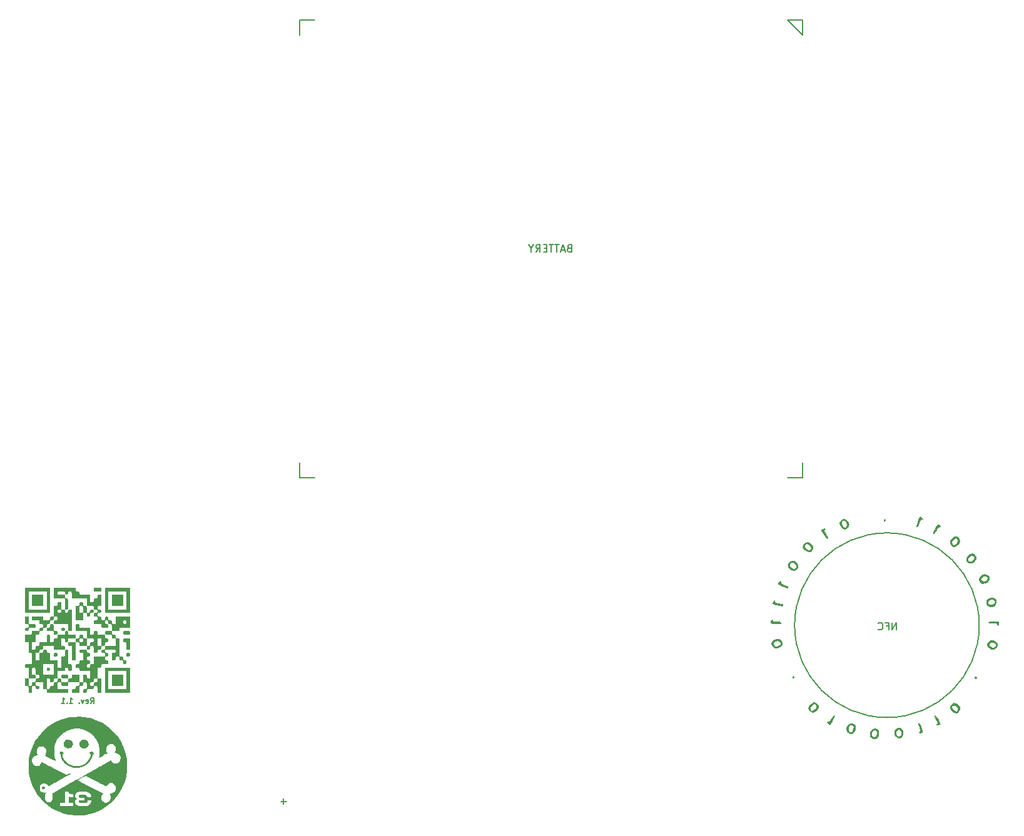
<source format=gbr>
%TF.GenerationSoftware,KiCad,Pcbnew,7.0.2-0*%
%TF.CreationDate,2023-06-19T18:33:07-07:00*%
%TF.ProjectId,FrogBadge,46726f67-4261-4646-9765-2e6b69636164,1.1*%
%TF.SameCoordinates,Original*%
%TF.FileFunction,Legend,Bot*%
%TF.FilePolarity,Positive*%
%FSLAX46Y46*%
G04 Gerber Fmt 4.6, Leading zero omitted, Abs format (unit mm)*
G04 Created by KiCad (PCBNEW 7.0.2-0) date 2023-06-19 18:33:07*
%MOMM*%
%LPD*%
G01*
G04 APERTURE LIST*
%ADD10C,0.150000*%
%ADD11C,0.187500*%
G04 APERTURE END LIST*
D10*
X447802000Y-204343000D02*
X449834000Y-206375000D01*
X381762000Y-204343000D02*
X383794000Y-204343000D01*
X381762000Y-266319000D02*
X383794000Y-266319000D01*
X449834000Y-266319000D02*
X447802000Y-266319000D01*
X381762000Y-204343000D02*
X381762000Y-206375000D01*
X449834000Y-266319000D02*
X449834000Y-264287000D01*
X449834000Y-204343000D02*
X447802000Y-204343000D01*
X473764000Y-286258000D02*
G75*
G03*
X473764000Y-286258000I-12500000J0D01*
G01*
X381762000Y-266319000D02*
X381762000Y-264287000D01*
X449834000Y-204343000D02*
X449834000Y-206375000D01*
D11*
X353468857Y-296834214D02*
X353718857Y-296477071D01*
X353897428Y-296834214D02*
X353897428Y-296084214D01*
X353897428Y-296084214D02*
X353611714Y-296084214D01*
X353611714Y-296084214D02*
X353540285Y-296119928D01*
X353540285Y-296119928D02*
X353504571Y-296155642D01*
X353504571Y-296155642D02*
X353468857Y-296227071D01*
X353468857Y-296227071D02*
X353468857Y-296334214D01*
X353468857Y-296334214D02*
X353504571Y-296405642D01*
X353504571Y-296405642D02*
X353540285Y-296441357D01*
X353540285Y-296441357D02*
X353611714Y-296477071D01*
X353611714Y-296477071D02*
X353897428Y-296477071D01*
X352861714Y-296798500D02*
X352933142Y-296834214D01*
X352933142Y-296834214D02*
X353076000Y-296834214D01*
X353076000Y-296834214D02*
X353147428Y-296798500D01*
X353147428Y-296798500D02*
X353183142Y-296727071D01*
X353183142Y-296727071D02*
X353183142Y-296441357D01*
X353183142Y-296441357D02*
X353147428Y-296369928D01*
X353147428Y-296369928D02*
X353076000Y-296334214D01*
X353076000Y-296334214D02*
X352933142Y-296334214D01*
X352933142Y-296334214D02*
X352861714Y-296369928D01*
X352861714Y-296369928D02*
X352826000Y-296441357D01*
X352826000Y-296441357D02*
X352826000Y-296512785D01*
X352826000Y-296512785D02*
X353183142Y-296584214D01*
X352576000Y-296334214D02*
X352397428Y-296834214D01*
X352397428Y-296834214D02*
X352218857Y-296334214D01*
X351933142Y-296762785D02*
X351897428Y-296798500D01*
X351897428Y-296798500D02*
X351933142Y-296834214D01*
X351933142Y-296834214D02*
X351968856Y-296798500D01*
X351968856Y-296798500D02*
X351933142Y-296762785D01*
X351933142Y-296762785D02*
X351933142Y-296834214D01*
X350611713Y-296834214D02*
X351040284Y-296834214D01*
X350825999Y-296834214D02*
X350825999Y-296084214D01*
X350825999Y-296084214D02*
X350897427Y-296191357D01*
X350897427Y-296191357D02*
X350968856Y-296262785D01*
X350968856Y-296262785D02*
X351040284Y-296298500D01*
X350290284Y-296762785D02*
X350254570Y-296798500D01*
X350254570Y-296798500D02*
X350290284Y-296834214D01*
X350290284Y-296834214D02*
X350325998Y-296798500D01*
X350325998Y-296798500D02*
X350290284Y-296762785D01*
X350290284Y-296762785D02*
X350290284Y-296834214D01*
X349540284Y-296834214D02*
X349968855Y-296834214D01*
X349754570Y-296834214D02*
X349754570Y-296084214D01*
X349754570Y-296084214D02*
X349825998Y-296191357D01*
X349825998Y-296191357D02*
X349897427Y-296262785D01*
X349897427Y-296262785D02*
X349968855Y-296298500D01*
D10*
X418274571Y-235192809D02*
X418131714Y-235240428D01*
X418131714Y-235240428D02*
X418084095Y-235288047D01*
X418084095Y-235288047D02*
X418036476Y-235383285D01*
X418036476Y-235383285D02*
X418036476Y-235526142D01*
X418036476Y-235526142D02*
X418084095Y-235621380D01*
X418084095Y-235621380D02*
X418131714Y-235669000D01*
X418131714Y-235669000D02*
X418226952Y-235716619D01*
X418226952Y-235716619D02*
X418607904Y-235716619D01*
X418607904Y-235716619D02*
X418607904Y-234716619D01*
X418607904Y-234716619D02*
X418274571Y-234716619D01*
X418274571Y-234716619D02*
X418179333Y-234764238D01*
X418179333Y-234764238D02*
X418131714Y-234811857D01*
X418131714Y-234811857D02*
X418084095Y-234907095D01*
X418084095Y-234907095D02*
X418084095Y-235002333D01*
X418084095Y-235002333D02*
X418131714Y-235097571D01*
X418131714Y-235097571D02*
X418179333Y-235145190D01*
X418179333Y-235145190D02*
X418274571Y-235192809D01*
X418274571Y-235192809D02*
X418607904Y-235192809D01*
X417655523Y-235430904D02*
X417179333Y-235430904D01*
X417750761Y-235716619D02*
X417417428Y-234716619D01*
X417417428Y-234716619D02*
X417084095Y-235716619D01*
X416893618Y-234716619D02*
X416322190Y-234716619D01*
X416607904Y-235716619D02*
X416607904Y-234716619D01*
X416131713Y-234716619D02*
X415560285Y-234716619D01*
X415845999Y-235716619D02*
X415845999Y-234716619D01*
X415226951Y-235192809D02*
X414893618Y-235192809D01*
X414750761Y-235716619D02*
X415226951Y-235716619D01*
X415226951Y-235716619D02*
X415226951Y-234716619D01*
X415226951Y-234716619D02*
X414750761Y-234716619D01*
X413750761Y-235716619D02*
X414084094Y-235240428D01*
X414322189Y-235716619D02*
X414322189Y-234716619D01*
X414322189Y-234716619D02*
X413941237Y-234716619D01*
X413941237Y-234716619D02*
X413845999Y-234764238D01*
X413845999Y-234764238D02*
X413798380Y-234811857D01*
X413798380Y-234811857D02*
X413750761Y-234907095D01*
X413750761Y-234907095D02*
X413750761Y-235049952D01*
X413750761Y-235049952D02*
X413798380Y-235145190D01*
X413798380Y-235145190D02*
X413845999Y-235192809D01*
X413845999Y-235192809D02*
X413941237Y-235240428D01*
X413941237Y-235240428D02*
X414322189Y-235240428D01*
X413131713Y-235240428D02*
X413131713Y-235716619D01*
X413465046Y-234716619D02*
X413131713Y-235240428D01*
X413131713Y-235240428D02*
X412798380Y-234716619D01*
X379206095Y-310138666D02*
X379968000Y-310138666D01*
X379587047Y-310519619D02*
X379587047Y-309757714D01*
X462549904Y-286897619D02*
X462549904Y-285897619D01*
X462549904Y-285897619D02*
X461978476Y-286897619D01*
X461978476Y-286897619D02*
X461978476Y-285897619D01*
X461168952Y-286373809D02*
X461502285Y-286373809D01*
X461502285Y-286897619D02*
X461502285Y-285897619D01*
X461502285Y-285897619D02*
X461026095Y-285897619D01*
X460073714Y-286802380D02*
X460121333Y-286850000D01*
X460121333Y-286850000D02*
X460264190Y-286897619D01*
X460264190Y-286897619D02*
X460359428Y-286897619D01*
X460359428Y-286897619D02*
X460502285Y-286850000D01*
X460502285Y-286850000D02*
X460597523Y-286754761D01*
X460597523Y-286754761D02*
X460645142Y-286659523D01*
X460645142Y-286659523D02*
X460692761Y-286469047D01*
X460692761Y-286469047D02*
X460692761Y-286326190D01*
X460692761Y-286326190D02*
X460645142Y-286135714D01*
X460645142Y-286135714D02*
X460597523Y-286040476D01*
X460597523Y-286040476D02*
X460502285Y-285945238D01*
X460502285Y-285945238D02*
X460359428Y-285897619D01*
X460359428Y-285897619D02*
X460264190Y-285897619D01*
X460264190Y-285897619D02*
X460121333Y-285945238D01*
X460121333Y-285945238D02*
X460073714Y-285992857D01*
%TO.C,REF\u002A\u002A*%
G36*
X350559061Y-301789875D02*
G01*
X350716370Y-301810592D01*
X350832517Y-301858635D01*
X350924647Y-301942481D01*
X351009906Y-302070604D01*
X351066154Y-302201725D01*
X351085390Y-302383220D01*
X351038688Y-302558476D01*
X350928301Y-302720453D01*
X350756483Y-302862112D01*
X350691801Y-302893316D01*
X350538173Y-302923785D01*
X350364857Y-302918619D01*
X350197225Y-302879751D01*
X350060649Y-302809113D01*
X350027491Y-302782653D01*
X349910871Y-302655085D01*
X349847312Y-302504512D01*
X349828069Y-302312252D01*
X349828070Y-302308295D01*
X349832054Y-302197828D01*
X349851527Y-302119505D01*
X349898098Y-302046355D01*
X349983375Y-301951409D01*
X350138681Y-301787035D01*
X350436254Y-301787035D01*
X350559061Y-301789875D01*
G37*
G36*
X352760488Y-301786496D02*
G01*
X352951814Y-301857388D01*
X353102079Y-301984076D01*
X353142021Y-302044582D01*
X353196304Y-302187094D01*
X353222393Y-302345014D01*
X353212817Y-302484575D01*
X353191985Y-302539166D01*
X353116874Y-302655278D01*
X353011307Y-302770156D01*
X352895079Y-302860389D01*
X352860065Y-302878060D01*
X352726069Y-302913492D01*
X352566019Y-302925519D01*
X352409851Y-302913358D01*
X352287502Y-302876231D01*
X352269504Y-302865986D01*
X352178130Y-302799374D01*
X352087793Y-302716276D01*
X352071156Y-302698525D01*
X352022929Y-302637874D01*
X351996341Y-302574015D01*
X351985044Y-302484675D01*
X351982690Y-302347586D01*
X351982793Y-302306612D01*
X351986837Y-302183903D01*
X352001453Y-302103228D01*
X352032988Y-302042316D01*
X352087793Y-301978897D01*
X352113162Y-301952929D01*
X352249530Y-301843489D01*
X352396275Y-301786124D01*
X352580000Y-301769517D01*
X352760488Y-301786496D01*
G37*
G36*
X347290033Y-308215862D02*
G01*
X347294995Y-308224509D01*
X347294620Y-308303448D01*
X347294507Y-308327108D01*
X347287727Y-308338483D01*
X347256401Y-308391035D01*
X347235517Y-308426069D01*
X347174559Y-308473058D01*
X347074400Y-308491337D01*
X346963037Y-308441600D01*
X346906631Y-308372813D01*
X347102864Y-308372813D01*
X347107057Y-308414391D01*
X347117595Y-308419872D01*
X347130414Y-308391035D01*
X347127885Y-308372487D01*
X347107057Y-308367678D01*
X347102864Y-308372813D01*
X346906631Y-308372813D01*
X346901534Y-308366597D01*
X346897468Y-308338483D01*
X346955241Y-308338483D01*
X346972759Y-308356000D01*
X346990276Y-308338483D01*
X346972759Y-308320966D01*
X346955241Y-308338483D01*
X346897468Y-308338483D01*
X346892401Y-308303448D01*
X347200483Y-308303448D01*
X347218000Y-308320966D01*
X347235517Y-308303448D01*
X347218000Y-308285931D01*
X347200483Y-308303448D01*
X346892401Y-308303448D01*
X346887573Y-308270060D01*
X346899766Y-308233379D01*
X347060345Y-308233379D01*
X347077862Y-308250897D01*
X347095379Y-308233379D01*
X347077862Y-308215862D01*
X347060345Y-308233379D01*
X346899766Y-308233379D01*
X346918923Y-308175749D01*
X346931697Y-308162606D01*
X346962727Y-308162606D01*
X346966919Y-308204184D01*
X346977457Y-308209665D01*
X346982802Y-308197641D01*
X347207968Y-308197641D01*
X347211572Y-308233379D01*
X347212161Y-308239218D01*
X347222699Y-308244699D01*
X347235517Y-308215862D01*
X347232989Y-308197315D01*
X347212161Y-308192506D01*
X347207968Y-308197641D01*
X346982802Y-308197641D01*
X346990276Y-308180828D01*
X346987747Y-308162280D01*
X346966919Y-308157471D01*
X346962727Y-308162606D01*
X346931697Y-308162606D01*
X346988519Y-308104144D01*
X347089292Y-308075724D01*
X347151918Y-308083760D01*
X347244844Y-308137113D01*
X347269929Y-308180828D01*
X347290033Y-308215862D01*
G37*
G36*
X353754073Y-303394244D02*
G01*
X353851232Y-303437038D01*
X353873170Y-303455019D01*
X353917375Y-303534045D01*
X353905121Y-303615389D01*
X353837743Y-303675438D01*
X353835947Y-303676247D01*
X353790214Y-303716641D01*
X353754468Y-303798567D01*
X353722410Y-303936269D01*
X353713415Y-303981238D01*
X353640400Y-304236451D01*
X353530030Y-304467697D01*
X353372968Y-304691374D01*
X353159874Y-304923878D01*
X353148879Y-304934750D01*
X352907125Y-305150847D01*
X352669941Y-305313054D01*
X352418050Y-305432564D01*
X352132173Y-305520571D01*
X351892642Y-305563286D01*
X351600706Y-305582998D01*
X351312031Y-305572812D01*
X351056514Y-305532400D01*
X351041202Y-305528619D01*
X350707934Y-305416865D01*
X350391699Y-305256870D01*
X350105485Y-305057613D01*
X349862275Y-304828072D01*
X349675056Y-304577227D01*
X349630941Y-304498889D01*
X349544639Y-304317205D01*
X349473597Y-304130504D01*
X349425406Y-303960073D01*
X349407655Y-303827203D01*
X349407553Y-303817091D01*
X349388649Y-303727842D01*
X349328828Y-303678446D01*
X349304081Y-303665272D01*
X349246976Y-303596018D01*
X349247765Y-303512444D01*
X349308354Y-303437038D01*
X349381827Y-303400974D01*
X349494655Y-303380208D01*
X349613244Y-303385115D01*
X349722470Y-303411640D01*
X349807207Y-303455727D01*
X349852332Y-303513318D01*
X349842720Y-303580357D01*
X349806411Y-303623788D01*
X349728858Y-303678446D01*
X349712802Y-303686365D01*
X349670214Y-303723100D01*
X349657281Y-303780823D01*
X349673569Y-303873897D01*
X349718645Y-304016683D01*
X349775638Y-304169818D01*
X349876156Y-304378749D01*
X350002250Y-304564516D01*
X350171606Y-304755986D01*
X350274803Y-304857693D01*
X350488662Y-305030905D01*
X350720743Y-305163597D01*
X350996716Y-305271815D01*
X351004577Y-305274405D01*
X351116606Y-305308083D01*
X351218362Y-305329040D01*
X351329884Y-305339160D01*
X351471208Y-305340327D01*
X351662371Y-305334428D01*
X351737315Y-305331192D01*
X351922506Y-305319109D01*
X352062392Y-305301170D01*
X352175532Y-305274418D01*
X352280483Y-305235895D01*
X352315645Y-305220640D01*
X352642680Y-305042149D01*
X352926248Y-304818827D01*
X353160307Y-304557305D01*
X353338815Y-304264211D01*
X353455730Y-303946177D01*
X353482034Y-303836889D01*
X353498675Y-303753615D01*
X353500734Y-303719654D01*
X353388752Y-303653558D01*
X353316341Y-303578015D01*
X353303593Y-303525095D01*
X353338530Y-303466246D01*
X353416181Y-303419747D01*
X353521412Y-303389588D01*
X353639088Y-303379757D01*
X353754073Y-303394244D01*
G37*
G36*
X358392433Y-304370653D02*
G01*
X358407112Y-304498394D01*
X358416764Y-304640263D01*
X358422445Y-304810245D01*
X358425208Y-305022324D01*
X358426111Y-305290483D01*
X358424260Y-305567279D01*
X358412659Y-305921994D01*
X358388248Y-306236101D01*
X358348513Y-306526736D01*
X358290938Y-306811037D01*
X358213007Y-307106138D01*
X358112207Y-307429176D01*
X357985424Y-307785050D01*
X357757803Y-308309512D01*
X357749661Y-308324372D01*
X357490317Y-308797684D01*
X357175598Y-309261154D01*
X356806274Y-309711507D01*
X356374977Y-310160329D01*
X356107662Y-310409326D01*
X355671170Y-310766587D01*
X355220027Y-311072275D01*
X354737631Y-311337203D01*
X354207379Y-311572188D01*
X354004942Y-311647144D01*
X353674338Y-311751957D01*
X353319914Y-311847495D01*
X352968854Y-311926611D01*
X352648345Y-311982156D01*
X352555073Y-311994040D01*
X352152678Y-312024280D01*
X351711050Y-312028493D01*
X351250471Y-312007467D01*
X350791223Y-311961993D01*
X350353586Y-311892859D01*
X350170458Y-311852207D01*
X349807490Y-311746396D01*
X349417694Y-311605127D01*
X349017494Y-311435575D01*
X348623311Y-311244916D01*
X348251569Y-311040325D01*
X347918690Y-310828978D01*
X347862383Y-310789080D01*
X347797820Y-310738345D01*
X349337586Y-310738345D01*
X349701069Y-310738345D01*
X349804506Y-310738769D01*
X349960735Y-310740993D01*
X350087811Y-310744695D01*
X350165276Y-310749387D01*
X350167182Y-310749586D01*
X350243115Y-310752789D01*
X350370926Y-310753627D01*
X350533242Y-310752133D01*
X350712690Y-310748340D01*
X351159379Y-310736251D01*
X351159379Y-310527091D01*
X351159379Y-310317931D01*
X350826552Y-310317931D01*
X350493724Y-310317931D01*
X350493724Y-310206018D01*
X351369586Y-310206018D01*
X351374011Y-310278481D01*
X351426438Y-310440674D01*
X351539754Y-310571569D01*
X351716191Y-310674182D01*
X351730679Y-310679866D01*
X351849099Y-310709356D01*
X352015911Y-310733480D01*
X352046599Y-310736251D01*
X352212797Y-310751258D01*
X352421438Y-310761710D01*
X352623515Y-310763858D01*
X352800709Y-310756722D01*
X352934703Y-310739323D01*
X353072583Y-310699229D01*
X353266347Y-310598274D01*
X353414230Y-310460328D01*
X353508574Y-310293386D01*
X353541724Y-310105443D01*
X353541724Y-310002621D01*
X353303728Y-310002621D01*
X353065731Y-310002621D01*
X353032210Y-310116483D01*
X352993028Y-310201410D01*
X352916609Y-310272582D01*
X352797999Y-310319369D01*
X352628414Y-310345052D01*
X352399069Y-310352911D01*
X352295312Y-310352373D01*
X352159780Y-310347664D01*
X352068408Y-310335872D01*
X352004755Y-310314325D01*
X351952380Y-310280354D01*
X351944318Y-310273792D01*
X351874799Y-310180767D01*
X351867554Y-310081030D01*
X351924138Y-309990533D01*
X351967701Y-309963545D01*
X352041277Y-309944962D01*
X352156315Y-309935313D01*
X352327034Y-309932552D01*
X352665862Y-309932552D01*
X352665862Y-309774897D01*
X352665862Y-309617241D01*
X352384461Y-309617241D01*
X352249350Y-309612828D01*
X352091188Y-309594768D01*
X351979282Y-309565524D01*
X351900361Y-309525756D01*
X351867061Y-309478307D01*
X351866546Y-309399110D01*
X351882358Y-309323724D01*
X351925952Y-309276111D01*
X352017724Y-309238107D01*
X352104236Y-309218459D01*
X352276784Y-309203082D01*
X352496981Y-309203073D01*
X352578125Y-309206870D01*
X352779144Y-309230802D01*
X352920062Y-309275446D01*
X353006709Y-309343291D01*
X353044919Y-309436825D01*
X353045955Y-309443302D01*
X353059891Y-309480501D01*
X353096080Y-309501225D01*
X353170447Y-309510197D01*
X353298919Y-309512138D01*
X353362544Y-309511991D01*
X353463958Y-309508621D01*
X353517394Y-309496476D01*
X353538200Y-309469947D01*
X353541724Y-309423427D01*
X353538104Y-309371521D01*
X353485724Y-309210704D01*
X353380761Y-309058637D01*
X353235695Y-308930489D01*
X353063005Y-308841433D01*
X353000880Y-308825436D01*
X352862534Y-308808400D01*
X352665031Y-308799309D01*
X352403103Y-308797813D01*
X352386236Y-308797951D01*
X352127502Y-308804673D01*
X351926111Y-308821828D01*
X351770362Y-308852668D01*
X351648551Y-308900442D01*
X351548977Y-308968400D01*
X351459936Y-309059794D01*
X351428016Y-309099414D01*
X351386800Y-309170153D01*
X351372806Y-309250170D01*
X351378125Y-309369393D01*
X351382228Y-309413418D01*
X351401689Y-309519072D01*
X351441096Y-309592909D01*
X351513872Y-309664062D01*
X351633586Y-309765411D01*
X351501586Y-309897412D01*
X351465598Y-309934298D01*
X351403028Y-310013659D01*
X351375639Y-310093442D01*
X351369586Y-310206018D01*
X350493724Y-310206018D01*
X350493724Y-309866878D01*
X350493724Y-309415825D01*
X350639241Y-309487821D01*
X350689037Y-309509187D01*
X350830091Y-309551466D01*
X350972068Y-309575350D01*
X351159379Y-309590884D01*
X351159379Y-309376338D01*
X351159379Y-309161793D01*
X350992965Y-309161739D01*
X350937190Y-309159625D01*
X350759988Y-309121642D01*
X350619221Y-309041443D01*
X350528759Y-308926069D01*
X350515525Y-308898200D01*
X350484667Y-308849645D01*
X350441178Y-308824155D01*
X350365912Y-308814190D01*
X350239724Y-308812207D01*
X350003241Y-308811448D01*
X350003241Y-309564690D01*
X350003241Y-310317931D01*
X349670414Y-310317931D01*
X349337586Y-310317931D01*
X349337586Y-310528138D01*
X349337586Y-310738345D01*
X347797820Y-310738345D01*
X347628376Y-310605191D01*
X347372253Y-310380102D01*
X347107311Y-310127316D01*
X346846845Y-309860334D01*
X346604151Y-309592660D01*
X346392525Y-309337795D01*
X346225262Y-309109241D01*
X346104033Y-308918169D01*
X345943337Y-308640248D01*
X345786291Y-308343915D01*
X345642325Y-308047912D01*
X345520873Y-307770977D01*
X345431364Y-307531850D01*
X345273166Y-306982836D01*
X345138568Y-306299377D01*
X345073263Y-305618654D01*
X345077117Y-304942685D01*
X345123244Y-304519113D01*
X345566679Y-304519113D01*
X345570207Y-304725777D01*
X345627522Y-304924406D01*
X345736541Y-305100545D01*
X345895183Y-305239739D01*
X346037451Y-305310251D01*
X346227642Y-305343068D01*
X346418685Y-305305914D01*
X346447090Y-305293498D01*
X346557401Y-305221125D01*
X346666142Y-305120598D01*
X346753289Y-305012404D01*
X346798814Y-304917030D01*
X346818760Y-304847453D01*
X346836938Y-304817517D01*
X346846218Y-304821396D01*
X346908818Y-304851344D01*
X347025310Y-304908479D01*
X347189900Y-304989918D01*
X347396791Y-305092775D01*
X347640191Y-305214169D01*
X347914304Y-305351216D01*
X348213336Y-305501032D01*
X348531492Y-305660735D01*
X350209779Y-306503952D01*
X350414153Y-306390736D01*
X350415306Y-306390098D01*
X350545495Y-306325074D01*
X350639224Y-306297481D01*
X350715214Y-306301788D01*
X350777369Y-306328249D01*
X350791894Y-306358425D01*
X350769436Y-306377636D01*
X350695514Y-306426663D01*
X350584072Y-306494380D01*
X350448875Y-306572208D01*
X350448605Y-306572360D01*
X350310984Y-306649814D01*
X350123451Y-306755592D01*
X349897017Y-306883465D01*
X349642691Y-307027207D01*
X349371483Y-307180588D01*
X349094402Y-307337380D01*
X348822458Y-307491354D01*
X348566662Y-307636283D01*
X348338021Y-307765939D01*
X348147547Y-307874092D01*
X348029466Y-307939394D01*
X347891507Y-308008719D01*
X347802417Y-308043169D01*
X347766875Y-308040696D01*
X347763129Y-308030893D01*
X347707784Y-307946517D01*
X347617341Y-307850232D01*
X347513723Y-307763107D01*
X347418848Y-307706210D01*
X347268368Y-307664845D01*
X347109906Y-307659815D01*
X346979214Y-307694626D01*
X346973433Y-307697657D01*
X346852956Y-307782567D01*
X346736620Y-307897328D01*
X346654320Y-308012674D01*
X346639235Y-308048736D01*
X346612987Y-308178775D01*
X346607021Y-308333948D01*
X346621268Y-308483775D01*
X346655659Y-308597781D01*
X346731653Y-308710057D01*
X346868009Y-308831302D01*
X347028212Y-308911832D01*
X347195138Y-308943741D01*
X347351660Y-308919121D01*
X347393410Y-308903609D01*
X347459661Y-308884585D01*
X347471321Y-308897427D01*
X347434973Y-308944110D01*
X347384140Y-309014046D01*
X347314125Y-309180656D01*
X347275944Y-309380637D01*
X347272608Y-309593833D01*
X347307128Y-309800084D01*
X347372450Y-309947388D01*
X347486358Y-310093165D01*
X347623330Y-310196569D01*
X347688685Y-310223578D01*
X347845084Y-310240228D01*
X347998146Y-310197508D01*
X348136636Y-310102091D01*
X348249322Y-309960647D01*
X348324969Y-309779850D01*
X348338048Y-309707764D01*
X348347484Y-309557960D01*
X348344504Y-309387902D01*
X348329989Y-309227036D01*
X348304816Y-309104807D01*
X348300258Y-309070702D01*
X348317889Y-309033957D01*
X348368540Y-308989660D01*
X348461903Y-308929504D01*
X348607665Y-308845184D01*
X348726243Y-308778063D01*
X348922858Y-308666776D01*
X349130480Y-308549267D01*
X349320069Y-308441970D01*
X349410903Y-308390582D01*
X349635355Y-308263693D01*
X349909874Y-308108590D01*
X350227135Y-307929407D01*
X350579812Y-307730277D01*
X350960582Y-307515333D01*
X351362118Y-307288707D01*
X351383332Y-307276736D01*
X351754965Y-307276736D01*
X351766234Y-307285583D01*
X351831871Y-307323482D01*
X351951165Y-307387837D01*
X352118443Y-307475719D01*
X352328032Y-307584199D01*
X352574259Y-307710347D01*
X352851452Y-307851233D01*
X353153937Y-308003929D01*
X353476041Y-308165504D01*
X355197117Y-309026182D01*
X355107373Y-309120264D01*
X355098334Y-309129898D01*
X355007378Y-309258076D01*
X354957993Y-309409083D01*
X354943103Y-309603745D01*
X354970711Y-309807915D01*
X355054756Y-310001721D01*
X355141618Y-310105443D01*
X355186982Y-310159613D01*
X355359037Y-310268249D01*
X355453466Y-310300123D01*
X355639564Y-310313570D01*
X355817593Y-310257617D01*
X355988449Y-310132072D01*
X356025465Y-310094672D01*
X356158718Y-309908617D01*
X356228359Y-309707308D01*
X356232514Y-309499427D01*
X356169310Y-309293658D01*
X356151840Y-309256926D01*
X356109448Y-309151409D01*
X356107784Y-309090825D01*
X356150469Y-309063233D01*
X356241119Y-309056690D01*
X356310653Y-309052177D01*
X356488946Y-308996756D01*
X356642679Y-308886190D01*
X356763200Y-308730554D01*
X356841858Y-308539923D01*
X356870000Y-308324372D01*
X356869913Y-308307951D01*
X356851048Y-308123785D01*
X356792367Y-307975251D01*
X356683920Y-307836252D01*
X356642940Y-307795064D01*
X356507942Y-307690244D01*
X356363754Y-307635839D01*
X356183562Y-307620276D01*
X356153531Y-307620357D01*
X356053382Y-307625515D01*
X355981749Y-307647169D01*
X355913305Y-307697000D01*
X355822719Y-307786690D01*
X355743164Y-307872148D01*
X355666959Y-307961466D01*
X355623005Y-308022304D01*
X355612205Y-308036253D01*
X355593157Y-308044329D01*
X355561177Y-308042582D01*
X355510765Y-308028572D01*
X355436419Y-307999860D01*
X355332636Y-307954004D01*
X355193915Y-307888567D01*
X355014754Y-307801106D01*
X354789653Y-307689184D01*
X354513108Y-307550359D01*
X354179618Y-307382192D01*
X352774536Y-306672879D01*
X352264751Y-306960763D01*
X352138210Y-307033104D01*
X351985644Y-307122994D01*
X351864202Y-307197723D01*
X351783953Y-307251051D01*
X351754965Y-307276736D01*
X351383332Y-307276736D01*
X351777094Y-307054532D01*
X352198187Y-306816942D01*
X352618070Y-306580069D01*
X353029419Y-306348046D01*
X353424908Y-306125006D01*
X353797211Y-305915082D01*
X354139004Y-305722407D01*
X354442962Y-305551114D01*
X354701758Y-305405336D01*
X354908069Y-305289206D01*
X355108944Y-305176087D01*
X355353285Y-305038188D01*
X355576596Y-304911826D01*
X355770861Y-304801554D01*
X355928067Y-304711921D01*
X356040198Y-304647480D01*
X356099241Y-304612781D01*
X356155218Y-304579440D01*
X356229386Y-304544123D01*
X356265144Y-304548064D01*
X356274414Y-304589692D01*
X356298355Y-304653811D01*
X356365122Y-304741897D01*
X356457383Y-304833741D01*
X356557709Y-304912108D01*
X356648671Y-304959766D01*
X356706327Y-304975496D01*
X356899050Y-304988955D01*
X357088119Y-304950507D01*
X357248000Y-304864223D01*
X357271205Y-304844997D01*
X357406667Y-304690313D01*
X357490803Y-304513174D01*
X357526573Y-304324434D01*
X357516937Y-304134949D01*
X357464856Y-303955574D01*
X357373290Y-303797164D01*
X357245199Y-303670574D01*
X357083545Y-303586660D01*
X356891288Y-303556276D01*
X356733925Y-303556276D01*
X356819057Y-303407379D01*
X356827040Y-303392770D01*
X356883404Y-303231279D01*
X356906545Y-303043782D01*
X356895269Y-302858824D01*
X356848385Y-302704950D01*
X356766274Y-302568816D01*
X356630932Y-302432487D01*
X356464052Y-302354750D01*
X356256897Y-302330069D01*
X356092622Y-302344577D01*
X355919917Y-302408420D01*
X355779516Y-302528796D01*
X355661840Y-302711851D01*
X355623824Y-302832885D01*
X355608476Y-302997136D01*
X355618082Y-303171571D01*
X355651097Y-303330442D01*
X355705979Y-303448003D01*
X355784540Y-303554262D01*
X355705408Y-303603537D01*
X355701789Y-303605786D01*
X355597417Y-303668319D01*
X355461575Y-303746550D01*
X355305812Y-303834190D01*
X355141679Y-303924951D01*
X354980725Y-304012546D01*
X354834500Y-304090688D01*
X354714553Y-304153087D01*
X354632433Y-304193456D01*
X354599692Y-304205508D01*
X354598164Y-304202762D01*
X354603038Y-304155391D01*
X354627974Y-304074823D01*
X354631923Y-304062497D01*
X354649114Y-303971308D01*
X354665365Y-303830750D01*
X354679004Y-303657614D01*
X354688358Y-303468690D01*
X354688960Y-303451192D01*
X354694200Y-303239695D01*
X354692518Y-303076110D01*
X354682454Y-302939946D01*
X354662550Y-302810716D01*
X354631347Y-302667931D01*
X354574528Y-302454676D01*
X354436230Y-302075266D01*
X354254735Y-301733474D01*
X354021242Y-301414062D01*
X353726950Y-301101790D01*
X353534656Y-300929430D01*
X353241066Y-300714521D01*
X352923876Y-300542339D01*
X352560759Y-300399437D01*
X352517745Y-300385074D01*
X352376157Y-300341509D01*
X352249631Y-300311655D01*
X352116884Y-300292142D01*
X351956633Y-300279598D01*
X351747597Y-300270654D01*
X351724792Y-300269883D01*
X351518005Y-300264995D01*
X351357687Y-300267162D01*
X351222463Y-300278022D01*
X351090960Y-300299211D01*
X350941804Y-300332366D01*
X350690445Y-300403218D01*
X350261517Y-300576908D01*
X349869234Y-300805857D01*
X349518468Y-301085907D01*
X349214091Y-301412900D01*
X348960975Y-301782677D01*
X348763993Y-302191081D01*
X348678119Y-302425321D01*
X348617007Y-302637491D01*
X348578899Y-302845272D01*
X348559318Y-303073265D01*
X348553785Y-303346069D01*
X348557663Y-303581505D01*
X348574231Y-303809063D01*
X348607866Y-304014258D01*
X348662869Y-304222303D01*
X348743543Y-304458414D01*
X348768244Y-304533122D01*
X348784603Y-304612719D01*
X348774547Y-304642345D01*
X348741557Y-304629324D01*
X348655952Y-304589523D01*
X348529127Y-304528344D01*
X348372048Y-304451274D01*
X348195681Y-304363802D01*
X348010991Y-304271413D01*
X347828943Y-304179594D01*
X347660504Y-304093833D01*
X347516639Y-304019617D01*
X347408313Y-303962433D01*
X347346493Y-303927767D01*
X347344317Y-303926262D01*
X347337210Y-303877564D01*
X347380712Y-303783297D01*
X347385121Y-303775595D01*
X347439026Y-303631982D01*
X347469414Y-303454511D01*
X347473154Y-303274324D01*
X347447116Y-303122563D01*
X347379419Y-302980173D01*
X347263718Y-302834038D01*
X347127980Y-302731707D01*
X347096470Y-302718161D01*
X346964734Y-302689679D01*
X346807007Y-302682443D01*
X346654209Y-302696453D01*
X346537261Y-302731707D01*
X346418455Y-302817734D01*
X346298945Y-302959669D01*
X346218125Y-303122563D01*
X346215930Y-303129438D01*
X346191462Y-303284352D01*
X346196943Y-303465952D01*
X346229212Y-303643005D01*
X346285107Y-303784277D01*
X346357292Y-303906621D01*
X346199079Y-303906621D01*
X346028701Y-303927768D01*
X345878403Y-303999887D01*
X345735709Y-304132095D01*
X345729305Y-304139496D01*
X345619018Y-304318868D01*
X345566679Y-304519113D01*
X345123244Y-304519113D01*
X345149993Y-304273486D01*
X345291756Y-303613074D01*
X345502270Y-302963465D01*
X345781400Y-302326677D01*
X345984700Y-301950159D01*
X346347483Y-301395128D01*
X346763029Y-300880077D01*
X347226454Y-300408948D01*
X347732874Y-299985679D01*
X348277406Y-299614212D01*
X348855165Y-299298486D01*
X349461267Y-299042441D01*
X350090828Y-298850019D01*
X350221567Y-298817786D01*
X350394993Y-298777182D01*
X350548567Y-298745663D01*
X350695135Y-298721857D01*
X350847543Y-298704394D01*
X351018637Y-298691904D01*
X351221261Y-298683015D01*
X351468261Y-298676356D01*
X351772483Y-298670557D01*
X351889686Y-298668790D01*
X352134243Y-298667787D01*
X352333890Y-298672251D01*
X352506395Y-298683138D01*
X352669521Y-298701403D01*
X352841034Y-298728000D01*
X353005730Y-298757218D01*
X353364003Y-298830618D01*
X353683270Y-298913417D01*
X353985508Y-299012497D01*
X354292694Y-299134736D01*
X354626804Y-299287013D01*
X354669959Y-299307749D01*
X355077386Y-299517493D01*
X355438665Y-299733561D01*
X355773605Y-299969814D01*
X356102014Y-300240112D01*
X356443702Y-300558315D01*
X356862291Y-301004890D01*
X357272930Y-301537157D01*
X357624625Y-302106334D01*
X357917993Y-302713565D01*
X358153654Y-303359992D01*
X358332226Y-304046759D01*
X358343768Y-304101622D01*
X358371670Y-304243057D01*
X358384912Y-304324434D01*
X358392433Y-304370653D01*
G37*
G36*
X357886000Y-293708667D02*
G01*
X357886000Y-294470667D01*
X357124000Y-294470667D01*
X356362000Y-294470667D01*
X356362000Y-293708667D01*
X356362000Y-292946667D01*
X357124000Y-292946667D01*
X357886000Y-292946667D01*
X357886000Y-293708667D01*
G37*
G36*
X357886000Y-282871334D02*
G01*
X357886000Y-283633334D01*
X357124000Y-283633334D01*
X356362000Y-283633334D01*
X356362000Y-282871334D01*
X356362000Y-282109334D01*
X357124000Y-282109334D01*
X357886000Y-282109334D01*
X357886000Y-282871334D01*
G37*
G36*
X354922666Y-281432000D02*
G01*
X354922666Y-281686000D01*
X354414666Y-281686000D01*
X353906666Y-281686000D01*
X353906666Y-281432000D01*
X353906666Y-281178000D01*
X354414666Y-281178000D01*
X354922666Y-281178000D01*
X354922666Y-281432000D01*
G37*
G36*
X347048666Y-282871334D02*
G01*
X347048666Y-283633334D01*
X346286666Y-283633334D01*
X345524666Y-283633334D01*
X345524666Y-282871334D01*
X345524666Y-282109334D01*
X346286666Y-282109334D01*
X347048666Y-282109334D01*
X347048666Y-282871334D01*
G37*
G36*
X358697393Y-289991115D02*
G01*
X358796354Y-290057425D01*
X358817333Y-290237334D01*
X358809552Y-290371394D01*
X358743241Y-290470354D01*
X358563333Y-290491334D01*
X358429273Y-290483552D01*
X358330312Y-290417242D01*
X358309333Y-290237334D01*
X358317115Y-290103273D01*
X358383425Y-290004313D01*
X358563333Y-289983334D01*
X358697393Y-289991115D01*
G37*
G36*
X349868454Y-286601722D02*
G01*
X349984662Y-286657061D01*
X350012000Y-286808334D01*
X350005934Y-286900379D01*
X349939527Y-286997219D01*
X349758000Y-287020000D01*
X349647545Y-287014945D01*
X349531337Y-286959606D01*
X349504000Y-286808334D01*
X349510066Y-286716288D01*
X349576473Y-286619448D01*
X349758000Y-286596667D01*
X349868454Y-286601722D01*
G37*
G36*
X348876060Y-289991115D02*
G01*
X348975021Y-290057425D01*
X348996000Y-290237334D01*
X348988218Y-290371394D01*
X348921908Y-290470354D01*
X348742000Y-290491334D01*
X348607940Y-290483552D01*
X348508979Y-290417242D01*
X348488000Y-290237334D01*
X348495781Y-290103273D01*
X348562092Y-290004313D01*
X348742000Y-289983334D01*
X348876060Y-289991115D01*
G37*
G36*
X347807340Y-292016227D02*
G01*
X347945030Y-292065878D01*
X347980000Y-292227000D01*
X347979106Y-292266007D01*
X347929455Y-292403697D01*
X347768333Y-292438667D01*
X347729326Y-292437773D01*
X347591636Y-292388122D01*
X347556666Y-292227000D01*
X347557560Y-292187993D01*
X347607211Y-292050303D01*
X347768333Y-292015334D01*
X347807340Y-292016227D01*
G37*
G36*
X351451333Y-289771667D02*
G01*
X351451333Y-290999334D01*
X351197333Y-290999334D01*
X350943333Y-290999334D01*
X350943333Y-290025667D01*
X350943333Y-289052000D01*
X350689333Y-289052000D01*
X350555273Y-289044219D01*
X350456312Y-288977908D01*
X350435333Y-288798000D01*
X350435333Y-288544000D01*
X350943333Y-288544000D01*
X351451333Y-288544000D01*
X351451333Y-289771667D01*
G37*
G36*
X358817333Y-288798000D02*
G01*
X358817333Y-289560000D01*
X358563333Y-289560000D01*
X358309333Y-289560000D01*
X358309333Y-289052000D01*
X358309328Y-289034194D01*
X358304238Y-288760092D01*
X358278310Y-288613533D01*
X358214975Y-288554756D01*
X358097666Y-288544000D01*
X358005621Y-288537934D01*
X357908781Y-288471527D01*
X357886000Y-288290000D01*
X357886000Y-288286116D01*
X357894299Y-288142589D01*
X357946890Y-288068217D01*
X358085452Y-288040265D01*
X358351666Y-288036000D01*
X358817333Y-288036000D01*
X358817333Y-288798000D01*
G37*
G36*
X358817333Y-293708667D02*
G01*
X358817333Y-295402000D01*
X357124000Y-295402000D01*
X355430666Y-295402000D01*
X355430666Y-294894000D01*
X355854000Y-294894000D01*
X357081666Y-294894000D01*
X358309333Y-294894000D01*
X358309333Y-293666334D01*
X358309333Y-292438667D01*
X357081666Y-292438667D01*
X355854000Y-292438667D01*
X355854000Y-293666334D01*
X355854000Y-294894000D01*
X355430666Y-294894000D01*
X355430666Y-293708667D01*
X355430666Y-292015334D01*
X357124000Y-292015334D01*
X358817333Y-292015334D01*
X358817333Y-292438667D01*
X358817333Y-293708667D01*
G37*
G36*
X358817333Y-282871334D02*
G01*
X358817333Y-284564667D01*
X357124000Y-284564667D01*
X355430666Y-284564667D01*
X355430666Y-284141334D01*
X355854000Y-284141334D01*
X357081666Y-284141334D01*
X358309333Y-284141334D01*
X358309333Y-282913667D01*
X358309333Y-281686000D01*
X357081666Y-281686000D01*
X355854000Y-281686000D01*
X355854000Y-282913667D01*
X355854000Y-284141334D01*
X355430666Y-284141334D01*
X355430666Y-282871334D01*
X355430666Y-281178000D01*
X357124000Y-281178000D01*
X358817333Y-281178000D01*
X358817333Y-281686000D01*
X358817333Y-282871334D01*
G37*
G36*
X347980000Y-282871334D02*
G01*
X347980000Y-284564667D01*
X346286666Y-284564667D01*
X344593333Y-284564667D01*
X344593333Y-284141334D01*
X345101333Y-284141334D01*
X346329000Y-284141334D01*
X347556666Y-284141334D01*
X347556666Y-282913667D01*
X347556666Y-281686000D01*
X346329000Y-281686000D01*
X345101333Y-281686000D01*
X345101333Y-282913667D01*
X345101333Y-284141334D01*
X344593333Y-284141334D01*
X344593333Y-282871334D01*
X344593333Y-281178000D01*
X346286666Y-281178000D01*
X347980000Y-281178000D01*
X347980000Y-281686000D01*
X347980000Y-282871334D01*
G37*
G36*
X358621920Y-287024527D02*
G01*
X358758269Y-287053213D01*
X358809514Y-287128793D01*
X358817333Y-287274000D01*
X358817333Y-287277884D01*
X358809034Y-287421411D01*
X358756443Y-287495784D01*
X358617881Y-287523735D01*
X358351666Y-287528000D01*
X358344545Y-287528000D01*
X358081413Y-287523473D01*
X357945064Y-287494788D01*
X357893819Y-287419208D01*
X357886000Y-287274000D01*
X357886000Y-287270116D01*
X357894299Y-287126589D01*
X357946890Y-287052217D01*
X358085452Y-287024265D01*
X358351666Y-287020000D01*
X358358788Y-287020000D01*
X358621920Y-287024527D01*
G37*
G36*
X350239920Y-292951194D02*
G01*
X350376269Y-292979879D01*
X350427514Y-293055459D01*
X350435333Y-293200667D01*
X350435333Y-293204551D01*
X350427034Y-293348078D01*
X350374443Y-293422450D01*
X350235881Y-293450402D01*
X349969666Y-293454667D01*
X349962545Y-293454667D01*
X349699413Y-293450140D01*
X349563064Y-293421454D01*
X349511819Y-293345874D01*
X349504000Y-293200667D01*
X349504000Y-293196783D01*
X349512299Y-293053256D01*
X349564890Y-292978883D01*
X349703452Y-292950932D01*
X349969666Y-292946667D01*
X349976788Y-292946667D01*
X350239920Y-292951194D01*
G37*
G36*
X348381411Y-286096966D02*
G01*
X348455783Y-286149557D01*
X348483735Y-286288119D01*
X348488000Y-286554334D01*
X348488000Y-286561455D01*
X348492527Y-286824587D01*
X348521212Y-286960936D01*
X348596792Y-287012181D01*
X348742000Y-287020000D01*
X348876060Y-287027782D01*
X348975021Y-287094092D01*
X348996000Y-287274000D01*
X348988218Y-287408060D01*
X348921908Y-287507021D01*
X348742000Y-287528000D01*
X348607940Y-287520219D01*
X348508979Y-287453908D01*
X348488000Y-287274000D01*
X348487999Y-287270116D01*
X348479701Y-287126589D01*
X348427110Y-287052217D01*
X348288547Y-287024265D01*
X348022333Y-287020000D01*
X347789770Y-287016532D01*
X347632643Y-286992681D01*
X347568754Y-286929559D01*
X347556666Y-286808334D01*
X347557560Y-286769327D01*
X347607211Y-286631636D01*
X347768333Y-286596667D01*
X347860379Y-286590601D01*
X347957219Y-286524194D01*
X347980000Y-286342667D01*
X347987781Y-286208607D01*
X348054092Y-286109646D01*
X348234000Y-286088667D01*
X348237884Y-286088667D01*
X348381411Y-286096966D01*
G37*
G36*
X345101333Y-285580667D02*
G01*
X345101333Y-286088667D01*
X345567000Y-286088667D01*
X345574121Y-286088667D01*
X345837254Y-286093194D01*
X345973603Y-286121879D01*
X346024847Y-286197459D01*
X346032666Y-286342667D01*
X346032666Y-286346551D01*
X346024368Y-286490078D01*
X345971777Y-286564450D01*
X345833214Y-286592402D01*
X345567000Y-286596667D01*
X345334437Y-286600135D01*
X345177310Y-286623986D01*
X345113421Y-286687108D01*
X345101333Y-286808334D01*
X345095267Y-286900379D01*
X345028860Y-286997219D01*
X344847333Y-287020000D01*
X344736879Y-287014945D01*
X344620671Y-286959606D01*
X344593333Y-286808334D01*
X344599399Y-286716288D01*
X344665806Y-286619448D01*
X344847333Y-286596667D01*
X344981393Y-286588885D01*
X345080354Y-286522575D01*
X345101333Y-286342667D01*
X345093552Y-286208607D01*
X345027241Y-286109646D01*
X344847333Y-286088667D01*
X344593333Y-286088667D01*
X344593333Y-285580667D01*
X344593333Y-285072667D01*
X344847333Y-285072667D01*
X345101333Y-285072667D01*
X345101333Y-285580667D01*
G37*
G36*
X352978801Y-284331563D02*
G01*
X353002653Y-284488690D01*
X353065774Y-284552579D01*
X353187000Y-284564667D01*
X353226007Y-284563773D01*
X353363697Y-284514122D01*
X353398666Y-284353000D01*
X353404732Y-284260955D01*
X353471140Y-284164115D01*
X353652666Y-284141334D01*
X353763121Y-284146388D01*
X353879329Y-284201728D01*
X353906666Y-284353000D01*
X353900601Y-284445046D01*
X353834193Y-284541886D01*
X353652666Y-284564667D01*
X353518606Y-284572448D01*
X353419646Y-284638759D01*
X353398666Y-284818667D01*
X353393612Y-284929121D01*
X353338272Y-285045329D01*
X353187000Y-285072667D01*
X353094954Y-285066601D01*
X352998114Y-285000194D01*
X352975333Y-284818667D01*
X352967552Y-284684607D01*
X352901241Y-284585646D01*
X352721333Y-284564667D01*
X352467333Y-284564667D01*
X352467333Y-285072667D01*
X352467333Y-285580667D01*
X351959333Y-285580667D01*
X351451333Y-285580667D01*
X351451333Y-284607000D01*
X351451333Y-284106121D01*
X351959333Y-284106121D01*
X351963860Y-284369254D01*
X351992546Y-284505603D01*
X352068126Y-284556847D01*
X352213333Y-284564667D01*
X352217217Y-284564666D01*
X352360744Y-284556368D01*
X352435117Y-284503777D01*
X352463068Y-284365214D01*
X352467333Y-284099000D01*
X352467333Y-284091879D01*
X352462806Y-283828746D01*
X352434121Y-283692397D01*
X352358541Y-283641153D01*
X352213333Y-283633334D01*
X352209449Y-283633334D01*
X352065922Y-283641632D01*
X351991550Y-283694223D01*
X351963598Y-283832786D01*
X351959333Y-284099000D01*
X351959333Y-284106121D01*
X351451333Y-284106121D01*
X351451333Y-283633334D01*
X351705333Y-283633334D01*
X351839393Y-283625552D01*
X351938354Y-283559242D01*
X351959333Y-283379334D01*
X351967115Y-283245273D01*
X352033425Y-283146313D01*
X352213333Y-283125334D01*
X352347393Y-283133115D01*
X352446354Y-283199425D01*
X352467333Y-283379334D01*
X352475115Y-283513394D01*
X352541425Y-283612354D01*
X352721333Y-283633334D01*
X352725217Y-283633334D01*
X352868744Y-283641632D01*
X352943117Y-283694223D01*
X352971068Y-283832786D01*
X352975333Y-284099000D01*
X352978801Y-284331563D01*
G37*
G36*
X355734379Y-288042066D02*
G01*
X355831219Y-288108473D01*
X355854000Y-288290000D01*
X355848945Y-288400455D01*
X355793605Y-288516663D01*
X355642333Y-288544000D01*
X355550288Y-288550066D01*
X355453448Y-288616473D01*
X355430666Y-288798000D01*
X355422885Y-288932060D01*
X355356575Y-289031021D01*
X355176666Y-289052000D01*
X355042606Y-289059782D01*
X354943646Y-289126092D01*
X354922666Y-289306000D01*
X354914885Y-289440060D01*
X354848575Y-289539021D01*
X354668666Y-289560000D01*
X354558212Y-289565055D01*
X354442004Y-289620395D01*
X354414666Y-289771667D01*
X354408601Y-289863712D01*
X354342193Y-289960552D01*
X354160666Y-289983334D01*
X354156782Y-289983333D01*
X354013255Y-289975035D01*
X353938883Y-289922444D01*
X353910932Y-289783881D01*
X353906666Y-289517667D01*
X353906666Y-289510546D01*
X353902140Y-289247413D01*
X353873454Y-289111064D01*
X353797874Y-289059820D01*
X353652666Y-289052000D01*
X353518606Y-289059782D01*
X353419646Y-289126092D01*
X353398666Y-289306000D01*
X353393612Y-289416455D01*
X353338272Y-289532663D01*
X353187000Y-289560000D01*
X353094954Y-289553934D01*
X352998114Y-289487527D01*
X352975333Y-289306000D01*
X352975333Y-289052000D01*
X352467333Y-289052000D01*
X351959333Y-289052000D01*
X351959333Y-288798000D01*
X351951552Y-288663940D01*
X351885241Y-288564979D01*
X351705333Y-288544000D01*
X351451333Y-288544000D01*
X351451333Y-288290000D01*
X351959333Y-288290000D01*
X351967115Y-288424060D01*
X352033425Y-288523021D01*
X352213333Y-288544000D01*
X352347393Y-288536219D01*
X352446354Y-288469908D01*
X352467333Y-288290000D01*
X352975333Y-288290000D01*
X352975333Y-288544000D01*
X352975338Y-288561806D01*
X352980428Y-288835909D01*
X353006357Y-288982467D01*
X353069691Y-289041244D01*
X353187000Y-289052000D01*
X353279045Y-289045934D01*
X353375885Y-288979527D01*
X353398666Y-288798000D01*
X353406448Y-288663940D01*
X353472758Y-288564979D01*
X353652666Y-288544000D01*
X353786727Y-288536219D01*
X353885687Y-288469908D01*
X353906666Y-288290000D01*
X354414666Y-288290000D01*
X354414666Y-288544000D01*
X354414666Y-289052000D01*
X354668666Y-289052000D01*
X354922666Y-289052000D01*
X354922666Y-288544000D01*
X354922666Y-288036000D01*
X354668666Y-288036000D01*
X354414666Y-288036000D01*
X354414666Y-288290000D01*
X353906666Y-288290000D01*
X353906666Y-288286116D01*
X353898368Y-288142589D01*
X353845777Y-288068217D01*
X353707214Y-288040265D01*
X353441000Y-288036000D01*
X352975333Y-288036000D01*
X352975333Y-288290000D01*
X352467333Y-288290000D01*
X352459552Y-288155940D01*
X352393241Y-288056979D01*
X352213333Y-288036000D01*
X352079273Y-288043782D01*
X351980312Y-288110092D01*
X351959333Y-288290000D01*
X351451333Y-288290000D01*
X351459115Y-288155940D01*
X351525425Y-288056979D01*
X351705333Y-288036000D01*
X351839393Y-288028219D01*
X351938354Y-287961908D01*
X351959333Y-287782000D01*
X351967115Y-287647940D01*
X352033425Y-287548979D01*
X352213333Y-287528000D01*
X352347393Y-287535782D01*
X352446354Y-287602092D01*
X352467333Y-287782000D01*
X352475115Y-287916060D01*
X352541425Y-288015021D01*
X352721333Y-288036000D01*
X352975333Y-288036000D01*
X352975333Y-287528000D01*
X352975333Y-287020000D01*
X352213333Y-287020000D01*
X351451333Y-287020000D01*
X351451333Y-286554334D01*
X351451333Y-286547212D01*
X351455860Y-286284080D01*
X351484546Y-286147731D01*
X351560126Y-286096486D01*
X351705333Y-286088667D01*
X351839393Y-286096448D01*
X351938354Y-286162759D01*
X351959333Y-286342667D01*
X351959333Y-286596667D01*
X352679000Y-286596667D01*
X353398666Y-286596667D01*
X353398666Y-287062334D01*
X353398667Y-287069455D01*
X353403193Y-287332587D01*
X353431879Y-287468936D01*
X353507459Y-287520181D01*
X353652666Y-287528000D01*
X353786727Y-287520219D01*
X353885687Y-287453908D01*
X353906666Y-287274000D01*
X353914448Y-287139940D01*
X353980758Y-287040979D01*
X354160666Y-287020000D01*
X354294727Y-287027782D01*
X354393687Y-287094092D01*
X354414666Y-287274000D01*
X354414666Y-287528000D01*
X354922666Y-287528000D01*
X355430666Y-287528000D01*
X355430666Y-287782000D01*
X355435721Y-287892455D01*
X355491061Y-288008663D01*
X355642333Y-288036000D01*
X355734379Y-288042066D01*
G37*
G36*
X350012894Y-284392007D02*
G01*
X350062545Y-284529697D01*
X350223666Y-284564667D01*
X350262673Y-284563773D01*
X350400364Y-284514122D01*
X350435333Y-284353000D01*
X350441399Y-284260955D01*
X350507806Y-284164115D01*
X350689333Y-284141334D01*
X350943333Y-284141334D01*
X350943333Y-285580667D01*
X350943333Y-287020000D01*
X350689333Y-287020000D01*
X350685449Y-287020000D01*
X350541922Y-287011701D01*
X350467550Y-286959110D01*
X350439598Y-286820548D01*
X350435333Y-286554334D01*
X350435333Y-286088667D01*
X349461666Y-286088667D01*
X348488000Y-286088667D01*
X348488000Y-285834667D01*
X348495781Y-285700607D01*
X348562092Y-285601646D01*
X348742000Y-285580667D01*
X348876060Y-285572885D01*
X348975021Y-285506575D01*
X348996000Y-285326667D01*
X348988218Y-285192607D01*
X348921908Y-285093646D01*
X348742000Y-285072667D01*
X348607940Y-285080448D01*
X348508979Y-285146759D01*
X348488000Y-285326667D01*
X348480218Y-285460727D01*
X348413908Y-285559688D01*
X348234000Y-285580667D01*
X348099940Y-285588448D01*
X348000979Y-285654759D01*
X347980000Y-285834667D01*
X347974945Y-285945121D01*
X347919605Y-286061329D01*
X347768333Y-286088667D01*
X347676288Y-286094733D01*
X347579448Y-286161140D01*
X347556666Y-286342667D01*
X347548885Y-286476727D01*
X347482575Y-286575688D01*
X347302666Y-286596667D01*
X347192212Y-286601722D01*
X347076004Y-286657061D01*
X347048666Y-286808334D01*
X347042601Y-286900379D01*
X346976193Y-286997219D01*
X346794666Y-287020000D01*
X346660606Y-287027782D01*
X346561646Y-287094092D01*
X346540666Y-287274000D01*
X346532885Y-287408060D01*
X346466575Y-287507021D01*
X346286666Y-287528000D01*
X346032666Y-287528000D01*
X346032666Y-288036000D01*
X346032666Y-288544000D01*
X345778666Y-288544000D01*
X345524666Y-288544000D01*
X345524666Y-289052000D01*
X345524666Y-289560000D01*
X345778666Y-289560000D01*
X345912727Y-289552219D01*
X346011687Y-289485908D01*
X346032666Y-289306000D01*
X346040448Y-289171940D01*
X346106758Y-289072979D01*
X346286666Y-289052000D01*
X346420727Y-289044219D01*
X346519687Y-288977908D01*
X346540666Y-288798000D01*
X346540666Y-288544000D01*
X347048666Y-288544000D01*
X347556666Y-288544000D01*
X347556666Y-288036000D01*
X347556671Y-288018194D01*
X347561761Y-287744092D01*
X347587690Y-287597533D01*
X347651025Y-287538756D01*
X347768333Y-287528000D01*
X347775752Y-287528011D01*
X347889962Y-287540228D01*
X347951028Y-287602456D01*
X347975518Y-287754460D01*
X347980000Y-288036000D01*
X347980000Y-288544000D01*
X348234000Y-288544000D01*
X348368060Y-288536219D01*
X348467021Y-288469908D01*
X348488000Y-288290000D01*
X348495781Y-288155940D01*
X348562092Y-288056979D01*
X348742000Y-288036000D01*
X348876060Y-288028219D01*
X348975021Y-287961908D01*
X348996000Y-287782000D01*
X348996000Y-287528000D01*
X349504000Y-287528000D01*
X350012000Y-287528000D01*
X350012000Y-287274000D01*
X350017055Y-287163546D01*
X350072394Y-287047338D01*
X350223666Y-287020000D01*
X350315712Y-287026066D01*
X350412552Y-287092473D01*
X350435333Y-287274000D01*
X350435333Y-287528000D01*
X350943333Y-287528000D01*
X351451333Y-287528000D01*
X351451333Y-287782000D01*
X351451333Y-288036000D01*
X350943333Y-288036000D01*
X350435333Y-288036000D01*
X350435333Y-288290000D01*
X350430278Y-288400455D01*
X350374939Y-288516663D01*
X350223666Y-288544000D01*
X350131621Y-288537934D01*
X350034781Y-288471527D01*
X350012000Y-288290000D01*
X350004218Y-288155940D01*
X349937908Y-288056979D01*
X349758000Y-288036000D01*
X349504000Y-288036000D01*
X349504000Y-288544000D01*
X349504000Y-289052000D01*
X349758000Y-289052000D01*
X349892060Y-289059782D01*
X349991021Y-289126092D01*
X350012000Y-289306000D01*
X350012000Y-289560000D01*
X349250000Y-289560000D01*
X348488000Y-289560000D01*
X348488000Y-289306000D01*
X348488000Y-289052000D01*
X347768333Y-289052000D01*
X347048666Y-289052000D01*
X347048666Y-289306000D01*
X347040885Y-289440060D01*
X346974575Y-289539021D01*
X346794666Y-289560000D01*
X346684212Y-289565055D01*
X346568004Y-289620395D01*
X346540666Y-289771667D01*
X346534601Y-289863712D01*
X346468193Y-289960552D01*
X346286666Y-289983334D01*
X346032666Y-289983334D01*
X346032666Y-290491334D01*
X346032666Y-290999334D01*
X346286666Y-290999334D01*
X346540666Y-290999334D01*
X346540666Y-290491334D01*
X346540666Y-289983334D01*
X346794666Y-289983334D01*
X346905121Y-289978279D01*
X347021329Y-289922939D01*
X347048666Y-289771667D01*
X347054732Y-289679621D01*
X347121140Y-289582781D01*
X347302666Y-289560000D01*
X347413121Y-289565055D01*
X347529329Y-289620395D01*
X347556666Y-289771667D01*
X347557560Y-289810674D01*
X347607211Y-289948364D01*
X347768333Y-289983334D01*
X347775752Y-289983345D01*
X347889962Y-289995561D01*
X347951028Y-290057790D01*
X347975518Y-290209793D01*
X347980000Y-290491334D01*
X347980000Y-290999334D01*
X348488000Y-290999334D01*
X348996000Y-290999334D01*
X348996000Y-291507334D01*
X348996000Y-292015334D01*
X349250000Y-292015334D01*
X349504000Y-292015334D01*
X349504000Y-291253334D01*
X349504000Y-290491334D01*
X349758000Y-290491334D01*
X349761884Y-290491333D01*
X349905411Y-290483035D01*
X349979783Y-290430444D01*
X350007735Y-290291881D01*
X350012000Y-290025667D01*
X350015468Y-289793104D01*
X350039319Y-289635977D01*
X350102441Y-289572088D01*
X350223666Y-289560000D01*
X350435333Y-289560000D01*
X350435333Y-290533667D01*
X350435333Y-291507334D01*
X350689333Y-291507334D01*
X350693217Y-291507334D01*
X350836744Y-291515632D01*
X350911117Y-291568223D01*
X350939068Y-291706786D01*
X350943333Y-291973000D01*
X350943333Y-291980121D01*
X350938806Y-292243254D01*
X350910121Y-292379603D01*
X350834541Y-292430847D01*
X350689333Y-292438667D01*
X350578879Y-292433612D01*
X350462671Y-292378272D01*
X350435333Y-292227000D01*
X350434439Y-292187993D01*
X350384788Y-292050303D01*
X350223666Y-292015334D01*
X350184660Y-292016227D01*
X350046969Y-292065878D01*
X350012000Y-292227000D01*
X350011989Y-292234419D01*
X349999772Y-292348629D01*
X349937544Y-292409695D01*
X349785540Y-292434185D01*
X349504000Y-292438667D01*
X348996000Y-292438667D01*
X348996000Y-292946667D01*
X348996000Y-293454667D01*
X348742000Y-293454667D01*
X348607940Y-293462448D01*
X348508979Y-293528759D01*
X348488000Y-293708667D01*
X348480218Y-293842727D01*
X348413908Y-293941688D01*
X348234000Y-293962667D01*
X348099940Y-293954885D01*
X348000979Y-293888575D01*
X347980000Y-293708667D01*
X347974945Y-293598212D01*
X347919605Y-293482004D01*
X347768333Y-293454667D01*
X347666645Y-293461088D01*
X347603739Y-293502740D01*
X347571014Y-293613148D01*
X347558610Y-293825837D01*
X347556666Y-294174334D01*
X347558555Y-294520074D01*
X347570806Y-294733955D01*
X347603279Y-294845219D01*
X347665834Y-294887393D01*
X347768333Y-294894000D01*
X347807340Y-294893106D01*
X347945030Y-294843455D01*
X347980000Y-294682334D01*
X347986066Y-294590288D01*
X348052473Y-294493448D01*
X348234000Y-294470667D01*
X348368060Y-294462885D01*
X348467021Y-294396575D01*
X348488000Y-294216667D01*
X348495781Y-294082607D01*
X348562092Y-293983646D01*
X348742000Y-293962667D01*
X348876060Y-293954885D01*
X348975021Y-293888575D01*
X348996000Y-293708667D01*
X349003781Y-293574607D01*
X349070092Y-293475646D01*
X349250000Y-293454667D01*
X349384060Y-293462448D01*
X349483021Y-293528759D01*
X349504000Y-293708667D01*
X349504000Y-293712551D01*
X349512299Y-293856078D01*
X349564890Y-293930450D01*
X349703452Y-293958402D01*
X349969666Y-293962667D01*
X349976788Y-293962667D01*
X350239920Y-293958140D01*
X350376269Y-293929454D01*
X350427514Y-293853874D01*
X350435333Y-293708667D01*
X350443115Y-293574607D01*
X350509425Y-293475646D01*
X350689333Y-293454667D01*
X350823393Y-293446885D01*
X350922354Y-293380575D01*
X350943333Y-293200667D01*
X350943333Y-292946667D01*
X351451333Y-292946667D01*
X351959333Y-292946667D01*
X351959333Y-293454667D01*
X351959333Y-293962667D01*
X352213333Y-293962667D01*
X352467333Y-293962667D01*
X352467333Y-293454667D01*
X352467333Y-292946667D01*
X352721333Y-292946667D01*
X352855393Y-292954448D01*
X352954354Y-293020759D01*
X352975333Y-293200667D01*
X352980388Y-293311121D01*
X353035728Y-293427329D01*
X353187000Y-293454667D01*
X353194419Y-293454656D01*
X353308628Y-293442439D01*
X353369695Y-293380211D01*
X353394185Y-293228207D01*
X353398666Y-292946667D01*
X353398666Y-292438667D01*
X352679000Y-292438667D01*
X352333259Y-292436778D01*
X352119378Y-292424528D01*
X352008114Y-292392055D01*
X351965941Y-292329499D01*
X351959333Y-292227000D01*
X351953267Y-292134955D01*
X351886860Y-292038115D01*
X351705333Y-292015334D01*
X351571273Y-292007552D01*
X351472312Y-291941242D01*
X351451333Y-291761334D01*
X351459115Y-291627273D01*
X351525425Y-291528313D01*
X351705333Y-291507334D01*
X351839393Y-291499552D01*
X351938354Y-291433242D01*
X351959333Y-291253334D01*
X351967115Y-291119273D01*
X352033425Y-291020313D01*
X352213333Y-290999334D01*
X352467333Y-290999334D01*
X352467333Y-290491334D01*
X352467333Y-289983334D01*
X352213333Y-289983334D01*
X352102879Y-289978279D01*
X351986671Y-289922939D01*
X351959333Y-289771667D01*
X351959344Y-289764248D01*
X351971561Y-289650038D01*
X352033789Y-289588972D01*
X352185793Y-289564482D01*
X352467333Y-289560000D01*
X352485139Y-289560005D01*
X352759242Y-289565095D01*
X352905800Y-289591024D01*
X352964577Y-289654358D01*
X352975333Y-289771667D01*
X352976227Y-289810674D01*
X353025878Y-289948364D01*
X353187000Y-289983334D01*
X353279045Y-289989399D01*
X353375885Y-290055807D01*
X353398666Y-290237334D01*
X353393612Y-290347788D01*
X353338272Y-290463996D01*
X353187000Y-290491334D01*
X353094954Y-290497399D01*
X352998114Y-290563807D01*
X352975333Y-290745334D01*
X352980388Y-290855788D01*
X353035728Y-290971996D01*
X353187000Y-290999334D01*
X353279045Y-291005399D01*
X353375885Y-291071807D01*
X353398666Y-291253334D01*
X353393612Y-291363788D01*
X353338272Y-291479996D01*
X353187000Y-291507334D01*
X353094954Y-291513399D01*
X352998114Y-291579807D01*
X352975333Y-291761334D01*
X352980388Y-291871788D01*
X353035728Y-291987996D01*
X353187000Y-292015334D01*
X353279045Y-292009268D01*
X353375885Y-291942860D01*
X353398666Y-291761334D01*
X353406448Y-291627273D01*
X353472758Y-291528313D01*
X353652666Y-291507334D01*
X353906666Y-291507334D01*
X353906666Y-290999334D01*
X353906666Y-290491334D01*
X354668666Y-290491334D01*
X355430666Y-290491334D01*
X355430666Y-290237334D01*
X355422885Y-290103273D01*
X355356575Y-290004313D01*
X355176666Y-289983334D01*
X355066212Y-289978279D01*
X354950004Y-289922939D01*
X354922666Y-289771667D01*
X354928732Y-289679621D01*
X354995140Y-289582781D01*
X355176666Y-289560000D01*
X355310727Y-289552219D01*
X355409687Y-289485908D01*
X355430666Y-289306000D01*
X355430666Y-289052000D01*
X356150333Y-289052000D01*
X356870000Y-289052000D01*
X356870000Y-288544000D01*
X356870000Y-288036000D01*
X356616000Y-288036000D01*
X356481940Y-288028219D01*
X356382979Y-287961908D01*
X356362000Y-287782000D01*
X356361999Y-287778116D01*
X356353701Y-287634589D01*
X356301110Y-287560217D01*
X356162547Y-287532265D01*
X355896333Y-287528000D01*
X355889212Y-287528000D01*
X355626079Y-287523473D01*
X355489730Y-287494788D01*
X355438486Y-287419208D01*
X355430666Y-287274000D01*
X355430667Y-287270116D01*
X355438965Y-287126589D01*
X355491556Y-287052217D01*
X355630119Y-287024265D01*
X355896333Y-287020000D01*
X356362000Y-287020000D01*
X356362000Y-287274000D01*
X356369781Y-287408060D01*
X356436092Y-287507021D01*
X356616000Y-287528000D01*
X356750060Y-287535782D01*
X356849021Y-287602092D01*
X356870000Y-287782000D01*
X356877781Y-287916060D01*
X356944092Y-288015021D01*
X357124000Y-288036000D01*
X357378000Y-288036000D01*
X357378000Y-289263667D01*
X357378000Y-290491334D01*
X357632000Y-290491334D01*
X357766060Y-290499115D01*
X357865021Y-290565425D01*
X357886000Y-290745334D01*
X357891055Y-290855788D01*
X357946394Y-290971996D01*
X358097666Y-290999334D01*
X358189712Y-291005399D01*
X358286552Y-291071807D01*
X358309333Y-291253334D01*
X358304278Y-291363788D01*
X358248939Y-291479996D01*
X358097666Y-291507334D01*
X358005621Y-291501268D01*
X357908781Y-291434860D01*
X357886000Y-291253334D01*
X357878218Y-291119273D01*
X357811908Y-291020313D01*
X357632000Y-290999334D01*
X357497940Y-290991552D01*
X357398979Y-290925242D01*
X357378000Y-290745334D01*
X357370218Y-290611273D01*
X357303908Y-290512313D01*
X357124000Y-290491334D01*
X356989940Y-290499115D01*
X356890979Y-290565425D01*
X356870000Y-290745334D01*
X356862218Y-290879394D01*
X356795908Y-290978354D01*
X356616000Y-290999334D01*
X356362000Y-290999334D01*
X356362000Y-290491334D01*
X356362000Y-289983334D01*
X356616000Y-289983334D01*
X356726454Y-289978279D01*
X356842662Y-289922939D01*
X356870000Y-289771667D01*
X356863578Y-289669978D01*
X356821926Y-289607072D01*
X356711519Y-289574347D01*
X356498829Y-289561944D01*
X356150333Y-289560000D01*
X355804592Y-289561889D01*
X355590712Y-289574139D01*
X355479447Y-289606612D01*
X355437274Y-289669168D01*
X355430666Y-289771667D01*
X355431560Y-289810674D01*
X355481211Y-289948364D01*
X355642333Y-289983334D01*
X355734379Y-289989399D01*
X355831219Y-290055807D01*
X355854000Y-290237334D01*
X355848945Y-290347788D01*
X355793605Y-290463996D01*
X355642333Y-290491334D01*
X355550288Y-290497399D01*
X355453448Y-290563807D01*
X355430666Y-290745334D01*
X355435721Y-290855788D01*
X355491061Y-290971996D01*
X355642333Y-290999334D01*
X355734379Y-291005399D01*
X355831219Y-291071807D01*
X355854000Y-291253334D01*
X355853999Y-291257218D01*
X355845701Y-291400745D01*
X355793110Y-291475117D01*
X355654547Y-291503068D01*
X355388333Y-291507334D01*
X355381212Y-291507334D01*
X355118079Y-291511860D01*
X354981730Y-291540546D01*
X354930486Y-291616126D01*
X354922666Y-291761334D01*
X354914885Y-291895394D01*
X354848575Y-291994354D01*
X354668666Y-292015334D01*
X354414666Y-292015334D01*
X354414666Y-292735000D01*
X354414666Y-293454667D01*
X354668666Y-293454667D01*
X354922666Y-293454667D01*
X354922666Y-293708667D01*
X354922666Y-294428334D01*
X354922666Y-295402000D01*
X354668666Y-295402000D01*
X354664782Y-295402000D01*
X354521255Y-295393701D01*
X354446883Y-295341110D01*
X354418932Y-295202548D01*
X354414666Y-294936334D01*
X354414666Y-294929212D01*
X354410140Y-294666080D01*
X354381454Y-294529731D01*
X354305874Y-294478486D01*
X354160666Y-294470667D01*
X354050212Y-294475722D01*
X353934004Y-294531061D01*
X353906666Y-294682334D01*
X353899038Y-294788044D01*
X353846564Y-294859465D01*
X353707697Y-294888506D01*
X353441000Y-294894000D01*
X353433879Y-294894000D01*
X353170746Y-294898527D01*
X353034397Y-294927213D01*
X352983153Y-295002793D01*
X352975333Y-295148000D01*
X352967552Y-295282060D01*
X352901241Y-295381021D01*
X352721333Y-295402000D01*
X352587273Y-295394219D01*
X352488312Y-295327908D01*
X352467333Y-295148000D01*
X352475115Y-295013940D01*
X352541425Y-294914979D01*
X352721333Y-294894000D01*
X352725217Y-294894000D01*
X352868744Y-294885701D01*
X352943117Y-294833110D01*
X352971068Y-294694548D01*
X352975333Y-294428334D01*
X352975333Y-294421212D01*
X352971814Y-294216667D01*
X353398666Y-294216667D01*
X353406448Y-294350727D01*
X353472758Y-294449688D01*
X353652666Y-294470667D01*
X353786727Y-294462885D01*
X353885687Y-294396575D01*
X353906666Y-294216667D01*
X353914448Y-294082607D01*
X353980758Y-293983646D01*
X354160666Y-293962667D01*
X354294727Y-293954885D01*
X354393687Y-293888575D01*
X354414666Y-293708667D01*
X354406885Y-293574607D01*
X354340575Y-293475646D01*
X354160666Y-293454667D01*
X354026606Y-293462448D01*
X353927646Y-293528759D01*
X353906666Y-293708667D01*
X353898885Y-293842727D01*
X353832575Y-293941688D01*
X353652666Y-293962667D01*
X353518606Y-293970448D01*
X353419646Y-294036759D01*
X353398666Y-294216667D01*
X352971814Y-294216667D01*
X352970806Y-294158080D01*
X352942121Y-294021731D01*
X352866541Y-293970486D01*
X352721333Y-293962667D01*
X352587273Y-293970448D01*
X352488312Y-294036759D01*
X352467333Y-294216667D01*
X352459552Y-294350727D01*
X352393241Y-294449688D01*
X352213333Y-294470667D01*
X352209449Y-294470667D01*
X352065922Y-294478966D01*
X351991550Y-294531557D01*
X351963598Y-294670119D01*
X351959333Y-294936334D01*
X351959333Y-295402000D01*
X351451333Y-295402000D01*
X350943333Y-295402000D01*
X350943333Y-295148000D01*
X350951115Y-295013940D01*
X351017425Y-294914979D01*
X351197333Y-294894000D01*
X351307788Y-294888945D01*
X351423996Y-294833606D01*
X351451333Y-294682334D01*
X351457399Y-294590288D01*
X351523806Y-294493448D01*
X351705333Y-294470667D01*
X351839393Y-294462885D01*
X351938354Y-294396575D01*
X351959333Y-294216667D01*
X351959333Y-293962667D01*
X351197333Y-293962667D01*
X350435333Y-293962667D01*
X350435333Y-294216667D01*
X350435333Y-294220551D01*
X350427034Y-294364078D01*
X350374443Y-294438450D01*
X350235881Y-294466402D01*
X349969666Y-294470667D01*
X349962545Y-294470667D01*
X349699413Y-294466140D01*
X349563064Y-294437454D01*
X349511819Y-294361874D01*
X349504000Y-294216667D01*
X349496218Y-294082607D01*
X349429908Y-293983646D01*
X349250000Y-293962667D01*
X349246116Y-293962667D01*
X349102589Y-293970966D01*
X349028216Y-294023557D01*
X349000265Y-294162119D01*
X348996000Y-294428334D01*
X348996000Y-294894000D01*
X349715666Y-294894000D01*
X350435333Y-294894000D01*
X350435333Y-295148000D01*
X350435333Y-295402000D01*
X348996000Y-295402000D01*
X347556666Y-295402000D01*
X347556666Y-295148000D01*
X347548885Y-295013940D01*
X347482575Y-294914979D01*
X347302666Y-294894000D01*
X347298782Y-294894000D01*
X347155255Y-294885701D01*
X347080883Y-294833110D01*
X347052932Y-294694548D01*
X347048666Y-294428334D01*
X347048666Y-293962667D01*
X346540666Y-293962667D01*
X346032666Y-293962667D01*
X346032666Y-294216667D01*
X346040448Y-294350727D01*
X346106758Y-294449688D01*
X346286666Y-294470667D01*
X346397121Y-294475722D01*
X346513329Y-294531061D01*
X346540666Y-294682334D01*
X346534601Y-294774379D01*
X346468193Y-294871219D01*
X346286666Y-294894000D01*
X346176212Y-294888945D01*
X346060004Y-294833606D01*
X346032666Y-294682334D01*
X346026601Y-294590288D01*
X345960193Y-294493448D01*
X345778666Y-294470667D01*
X345774782Y-294470667D01*
X345631255Y-294478966D01*
X345556883Y-294531557D01*
X345528932Y-294670119D01*
X345524666Y-294936334D01*
X345521199Y-295168896D01*
X345497347Y-295326024D01*
X345434226Y-295389912D01*
X345313000Y-295402000D01*
X345207289Y-295394371D01*
X345135868Y-295341897D01*
X345106828Y-295203031D01*
X345101333Y-294936334D01*
X345101333Y-294929212D01*
X345096806Y-294666080D01*
X345068121Y-294529731D01*
X344992541Y-294478486D01*
X344847333Y-294470667D01*
X344593333Y-294470667D01*
X344593333Y-293962667D01*
X344593333Y-293454667D01*
X344847333Y-293454667D01*
X345101333Y-293454667D01*
X345101333Y-293962667D01*
X345101338Y-293980473D01*
X345106428Y-294254575D01*
X345132357Y-294401134D01*
X345195691Y-294459911D01*
X345313000Y-294470667D01*
X345405045Y-294464601D01*
X345501885Y-294398194D01*
X345524666Y-294216667D01*
X345532448Y-294082607D01*
X345598758Y-293983646D01*
X345778666Y-293962667D01*
X345912727Y-293954885D01*
X346011687Y-293888575D01*
X346032666Y-293708667D01*
X346040448Y-293574607D01*
X346106758Y-293475646D01*
X346286666Y-293454667D01*
X346420727Y-293446885D01*
X346519687Y-293380575D01*
X346540666Y-293200667D01*
X346532885Y-293066607D01*
X346466575Y-292967646D01*
X346286666Y-292946667D01*
X347048666Y-292946667D01*
X347768333Y-292946667D01*
X348488000Y-292946667D01*
X348488000Y-292227000D01*
X348488000Y-291507334D01*
X347768333Y-291507334D01*
X347048666Y-291507334D01*
X347048666Y-292227000D01*
X347048666Y-292946667D01*
X346286666Y-292946667D01*
X346282782Y-292946666D01*
X346139255Y-292938368D01*
X346064883Y-292885777D01*
X346036932Y-292747214D01*
X346032666Y-292481000D01*
X346032666Y-292473879D01*
X346028140Y-292210746D01*
X345999454Y-292074397D01*
X345923874Y-292023153D01*
X345778666Y-292015334D01*
X345774782Y-292015334D01*
X345631255Y-292023632D01*
X345556883Y-292076223D01*
X345528932Y-292214786D01*
X345524666Y-292481000D01*
X345524667Y-292488121D01*
X345529193Y-292751254D01*
X345557879Y-292887603D01*
X345633459Y-292938847D01*
X345778666Y-292946667D01*
X345912727Y-292954448D01*
X346011687Y-293020759D01*
X346032666Y-293200667D01*
X346032666Y-293204551D01*
X346024368Y-293348078D01*
X345971777Y-293422450D01*
X345833214Y-293450402D01*
X345567000Y-293454667D01*
X345101333Y-293454667D01*
X345101333Y-292735000D01*
X345101333Y-292015334D01*
X344847333Y-292015334D01*
X344713273Y-292007552D01*
X344614312Y-291941242D01*
X344593333Y-291761334D01*
X344593334Y-291757449D01*
X344601632Y-291613922D01*
X344654223Y-291539550D01*
X344792786Y-291511599D01*
X345059000Y-291507334D01*
X345524666Y-291507334D01*
X345524666Y-290745334D01*
X345524656Y-290678110D01*
X345522090Y-290341096D01*
X345508693Y-290135697D01*
X345475413Y-290029327D01*
X345413199Y-289989401D01*
X345313000Y-289983334D01*
X345211311Y-289976912D01*
X345148405Y-289935260D01*
X345115680Y-289824852D01*
X345103277Y-289612163D01*
X345101333Y-289263667D01*
X345101333Y-288544000D01*
X344847333Y-288544000D01*
X344593333Y-288544000D01*
X344593333Y-288036000D01*
X344593333Y-287528000D01*
X345059000Y-287528000D01*
X345066121Y-287528000D01*
X345329254Y-287523473D01*
X345465603Y-287494788D01*
X345516847Y-287419208D01*
X345524666Y-287274000D01*
X345524666Y-287020000D01*
X346032666Y-287020000D01*
X346050472Y-287019995D01*
X346324575Y-287014905D01*
X346471134Y-286988977D01*
X346529910Y-286925642D01*
X346540666Y-286808334D01*
X346546732Y-286716288D01*
X346613140Y-286619448D01*
X346794666Y-286596667D01*
X346928727Y-286588885D01*
X347027687Y-286522575D01*
X347048666Y-286342667D01*
X347040885Y-286208607D01*
X346974575Y-286109646D01*
X346794666Y-286088667D01*
X346660606Y-286080885D01*
X346561646Y-286014575D01*
X346540666Y-285834667D01*
X346540666Y-285580667D01*
X346032666Y-285580667D01*
X345524666Y-285580667D01*
X345524666Y-285326667D01*
X345524666Y-285072667D01*
X346286666Y-285072667D01*
X347048666Y-285072667D01*
X347048666Y-285326667D01*
X347048667Y-285330551D01*
X347056965Y-285474078D01*
X347109556Y-285548450D01*
X347248119Y-285576402D01*
X347514333Y-285580667D01*
X347521454Y-285580667D01*
X347784587Y-285576140D01*
X347920936Y-285547454D01*
X347972180Y-285471874D01*
X347980000Y-285326667D01*
X347987781Y-285192607D01*
X348054092Y-285093646D01*
X348234000Y-285072667D01*
X348488000Y-285072667D01*
X348488000Y-284353000D01*
X348996000Y-284353000D01*
X349002066Y-284445046D01*
X349068473Y-284541886D01*
X349250000Y-284564667D01*
X349360454Y-284559612D01*
X349476662Y-284504272D01*
X349504000Y-284353000D01*
X349497934Y-284260955D01*
X349431527Y-284164115D01*
X349250000Y-284141334D01*
X349139545Y-284146388D01*
X349023337Y-284201728D01*
X348996000Y-284353000D01*
X348488000Y-284353000D01*
X348488000Y-283633334D01*
X348742000Y-283633334D01*
X348876060Y-283625552D01*
X348975021Y-283559242D01*
X348996000Y-283379334D01*
X349003781Y-283245273D01*
X349070092Y-283146313D01*
X349250000Y-283125334D01*
X349504000Y-283125334D01*
X349504000Y-283633334D01*
X349504000Y-284141334D01*
X349758000Y-284141334D01*
X350012000Y-284141334D01*
X350012000Y-283379334D01*
X350012000Y-282617334D01*
X349250000Y-282617334D01*
X348488000Y-282617334D01*
X348488000Y-281897667D01*
X348488000Y-281178000D01*
X349969666Y-281178000D01*
X351451333Y-281178000D01*
X351451333Y-281432000D01*
X351459115Y-281566060D01*
X351525425Y-281665021D01*
X351705333Y-281686000D01*
X351815788Y-281691055D01*
X351931996Y-281746395D01*
X351959333Y-281897667D01*
X351965755Y-281999355D01*
X352007407Y-282062261D01*
X352117814Y-282094986D01*
X352330504Y-282107390D01*
X352679000Y-282109334D01*
X353398666Y-282109334D01*
X353398666Y-282617334D01*
X353398666Y-283125334D01*
X353652666Y-283125334D01*
X353786727Y-283117552D01*
X353885687Y-283051242D01*
X353906666Y-282871334D01*
X353914448Y-282737273D01*
X353980758Y-282638313D01*
X354160666Y-282617334D01*
X354294727Y-282609552D01*
X354393687Y-282543242D01*
X354414666Y-282363334D01*
X354422448Y-282229273D01*
X354488758Y-282130313D01*
X354668666Y-282109334D01*
X354922666Y-282109334D01*
X354922666Y-282871334D01*
X354922666Y-283633334D01*
X354668666Y-283633334D01*
X354534606Y-283641115D01*
X354435646Y-283707425D01*
X354414666Y-283887334D01*
X354422448Y-284021394D01*
X354488758Y-284120354D01*
X354668666Y-284141334D01*
X354779121Y-284146388D01*
X354895329Y-284201728D01*
X354922666Y-284353000D01*
X354916601Y-284445046D01*
X354850193Y-284541886D01*
X354668666Y-284564667D01*
X354534606Y-284572448D01*
X354435646Y-284638759D01*
X354414666Y-284818667D01*
X354422448Y-284952727D01*
X354488758Y-285051688D01*
X354668666Y-285072667D01*
X354802727Y-285080448D01*
X354901687Y-285146759D01*
X354922666Y-285326667D01*
X354930448Y-285460727D01*
X354996758Y-285559688D01*
X355176666Y-285580667D01*
X355310727Y-285572885D01*
X355409687Y-285506575D01*
X355430666Y-285326667D01*
X355435721Y-285216212D01*
X355491061Y-285100004D01*
X355642333Y-285072667D01*
X355734379Y-285078733D01*
X355831219Y-285145140D01*
X355854000Y-285326667D01*
X355861781Y-285460727D01*
X355928092Y-285559688D01*
X356108000Y-285580667D01*
X356242060Y-285588448D01*
X356341021Y-285654759D01*
X356362000Y-285834667D01*
X356369781Y-285968727D01*
X356436092Y-286067688D01*
X356616000Y-286088667D01*
X356870000Y-286088667D01*
X356870000Y-285834667D01*
X357886000Y-285834667D01*
X357891055Y-285945121D01*
X357946394Y-286061329D01*
X358097666Y-286088667D01*
X358189712Y-286082601D01*
X358286552Y-286016194D01*
X358309333Y-285834667D01*
X358304278Y-285724212D01*
X358248939Y-285608004D01*
X358097666Y-285580667D01*
X358005621Y-285586733D01*
X357908781Y-285653140D01*
X357886000Y-285834667D01*
X356870000Y-285834667D01*
X356870000Y-285580667D01*
X356870000Y-285072667D01*
X357843666Y-285072667D01*
X358817333Y-285072667D01*
X358817333Y-285834667D01*
X358817333Y-286596667D01*
X358097666Y-286596667D01*
X357751926Y-286598556D01*
X357538045Y-286610806D01*
X357426781Y-286643279D01*
X357384607Y-286705835D01*
X357378000Y-286808334D01*
X357377989Y-286815753D01*
X357365772Y-286929962D01*
X357303544Y-286991028D01*
X357151540Y-287015518D01*
X356870000Y-287020000D01*
X356362000Y-287020000D01*
X356362000Y-286554334D01*
X356362000Y-286547212D01*
X356357473Y-286284080D01*
X356328787Y-286147731D01*
X356253207Y-286096486D01*
X356108000Y-286088667D01*
X355973940Y-286080885D01*
X355874979Y-286014575D01*
X355854000Y-285834667D01*
X355848945Y-285724212D01*
X355793605Y-285608004D01*
X355642333Y-285580667D01*
X355550288Y-285586733D01*
X355453448Y-285653140D01*
X355430666Y-285834667D01*
X355435721Y-285945121D01*
X355491061Y-286061329D01*
X355642333Y-286088667D01*
X355734379Y-286094733D01*
X355831219Y-286161140D01*
X355854000Y-286342667D01*
X355853999Y-286346551D01*
X355845701Y-286490078D01*
X355793110Y-286564450D01*
X355654547Y-286592402D01*
X355388333Y-286596667D01*
X355381212Y-286596667D01*
X355118079Y-286592140D01*
X354981730Y-286563454D01*
X354930486Y-286487874D01*
X354922666Y-286342667D01*
X354922666Y-286088667D01*
X354414666Y-286088667D01*
X353906666Y-286088667D01*
X353906666Y-285834667D01*
X353914448Y-285700607D01*
X353980758Y-285601646D01*
X354160666Y-285580667D01*
X354294727Y-285572885D01*
X354393687Y-285506575D01*
X354414666Y-285326667D01*
X354406885Y-285192607D01*
X354340575Y-285093646D01*
X354160666Y-285072667D01*
X354026606Y-285064885D01*
X353927646Y-284998575D01*
X353906666Y-284818667D01*
X353914448Y-284684607D01*
X353980758Y-284585646D01*
X354160666Y-284564667D01*
X354271121Y-284559612D01*
X354387329Y-284504272D01*
X354414666Y-284353000D01*
X354408601Y-284260955D01*
X354342193Y-284164115D01*
X354160666Y-284141334D01*
X354026606Y-284133552D01*
X353927646Y-284067242D01*
X353906666Y-283887334D01*
X353906666Y-283883449D01*
X353898368Y-283739922D01*
X353845777Y-283665550D01*
X353707214Y-283637599D01*
X353441000Y-283633334D01*
X352975333Y-283633334D01*
X352975333Y-283125334D01*
X352975333Y-282617334D01*
X351959333Y-282617334D01*
X350943333Y-282617334D01*
X350943333Y-282151667D01*
X350943333Y-282144546D01*
X350938806Y-281881413D01*
X350910121Y-281745064D01*
X350834541Y-281693820D01*
X350689333Y-281686000D01*
X350578879Y-281691055D01*
X350462671Y-281746395D01*
X350435333Y-281897667D01*
X350434439Y-281936674D01*
X350384788Y-282074364D01*
X350223666Y-282109334D01*
X350184660Y-282108440D01*
X350046969Y-282058789D01*
X350012000Y-281897667D01*
X350011989Y-281890248D01*
X349999772Y-281776038D01*
X349937544Y-281714972D01*
X349785540Y-281690482D01*
X349504000Y-281686000D01*
X349486194Y-281686005D01*
X349212091Y-281691095D01*
X349065533Y-281717024D01*
X349006756Y-281780358D01*
X348996000Y-281897667D01*
X348996011Y-281905086D01*
X349008227Y-282019295D01*
X349070456Y-282080362D01*
X349222460Y-282104852D01*
X349504000Y-282109334D01*
X350012000Y-282109334D01*
X350012000Y-282363334D01*
X350017055Y-282473788D01*
X350072394Y-282589996D01*
X350223666Y-282617334D01*
X350242340Y-282617371D01*
X350335955Y-282626609D01*
X350393010Y-282674840D01*
X350422557Y-282794647D01*
X350433648Y-283018616D01*
X350435333Y-283379334D01*
X350435323Y-283446557D01*
X350432757Y-283783571D01*
X350419359Y-283988970D01*
X350386079Y-284095340D01*
X350323866Y-284135266D01*
X350223666Y-284141334D01*
X350184660Y-284142227D01*
X350046969Y-284191878D01*
X350012000Y-284353000D01*
X350012894Y-284392007D01*
G37*
G36*
X461041833Y-271896096D02*
G01*
X461094950Y-272034000D01*
X461071299Y-272132747D01*
X460967525Y-272203334D01*
X460893217Y-272171904D01*
X460840100Y-272034000D01*
X460863751Y-271935253D01*
X460967525Y-271864667D01*
X461041833Y-271896096D01*
G37*
G36*
X473424045Y-293271602D02*
G01*
X473444630Y-293409129D01*
X473425398Y-293453656D01*
X473335423Y-293532818D01*
X473183548Y-293472302D01*
X473144789Y-293435979D01*
X473136912Y-293324140D01*
X473223638Y-293233947D01*
X473360195Y-293227458D01*
X473424045Y-293271602D01*
G37*
G36*
X448749248Y-293233500D02*
G01*
X448739324Y-293362623D01*
X448716276Y-293392993D01*
X448607325Y-293454667D01*
X448527185Y-293427884D01*
X448465225Y-293309867D01*
X448512787Y-293176356D01*
X448536089Y-293157330D01*
X448659369Y-293146870D01*
X448749248Y-293233500D01*
G37*
G36*
X467919019Y-298517783D02*
G01*
X468069414Y-298713147D01*
X468266389Y-299052027D01*
X468407614Y-299321999D01*
X468500542Y-299536350D01*
X468520080Y-299661812D01*
X468475403Y-299728064D01*
X468388424Y-299766929D01*
X468207316Y-299799784D01*
X468045764Y-299790212D01*
X467975886Y-299736934D01*
X467985752Y-299697143D01*
X468070944Y-299574459D01*
X468102700Y-299478729D01*
X468053369Y-299299096D01*
X467911319Y-299011064D01*
X467796147Y-298783305D01*
X467716090Y-298588460D01*
X467702995Y-298496205D01*
X467800567Y-298451495D01*
X467919019Y-298517783D01*
G37*
G36*
X465940982Y-271655006D02*
G01*
X466040785Y-271716115D01*
X466154266Y-271845649D01*
X466135309Y-271948882D01*
X465979919Y-271991308D01*
X465884758Y-272028251D01*
X465777406Y-272182004D01*
X465661237Y-272478500D01*
X465584064Y-272681003D01*
X465472261Y-272888501D01*
X465377837Y-272965334D01*
X465325201Y-272953805D01*
X465257492Y-272851588D01*
X465262287Y-272812621D01*
X465309644Y-272623734D01*
X465397015Y-272335377D01*
X465511239Y-271989705D01*
X465639159Y-271628873D01*
X465661854Y-271589557D01*
X465753678Y-271575008D01*
X465940982Y-271655006D01*
G37*
G36*
X468315670Y-272638918D02*
G01*
X468467603Y-272750327D01*
X468583506Y-272877712D01*
X468606670Y-272975557D01*
X468555008Y-273011957D01*
X468404987Y-273009043D01*
X468385749Y-273004126D01*
X468279764Y-273029068D01*
X468161997Y-273162194D01*
X468008624Y-273428731D01*
X467911330Y-273605025D01*
X467759941Y-273819557D01*
X467635887Y-273893571D01*
X467523210Y-273840610D01*
X467519962Y-273830270D01*
X467553133Y-273710894D01*
X467643660Y-273499283D01*
X467769706Y-273239067D01*
X467909434Y-272973873D01*
X468041010Y-272747332D01*
X468142596Y-272603072D01*
X468184414Y-272589003D01*
X468315670Y-272638918D01*
G37*
G36*
X465704776Y-299517922D02*
G01*
X465809556Y-299693495D01*
X465918327Y-299948707D01*
X466015694Y-300237049D01*
X466086264Y-300512008D01*
X466114643Y-300727074D01*
X466085436Y-300835735D01*
X466018535Y-300869083D01*
X465830233Y-300903395D01*
X465666957Y-300873139D01*
X465597291Y-300785389D01*
X465606242Y-300734104D01*
X465702338Y-300630546D01*
X465704996Y-300629617D01*
X465752498Y-300565627D01*
X465738348Y-300409384D01*
X465659863Y-300129215D01*
X465635270Y-300050832D01*
X465548979Y-299750229D01*
X465520518Y-299572440D01*
X465548638Y-299487639D01*
X465632090Y-299466000D01*
X465704776Y-299517922D01*
G37*
G36*
X454194210Y-298494320D02*
G01*
X454222335Y-298556388D01*
X454188789Y-298681754D01*
X454085662Y-298898114D01*
X453905048Y-299233167D01*
X453871367Y-299293832D01*
X453719257Y-299553420D01*
X453599262Y-299735803D01*
X453534903Y-299804667D01*
X453531298Y-299804319D01*
X453434499Y-299741111D01*
X453287985Y-299601932D01*
X453251135Y-299559817D01*
X453173275Y-299405465D01*
X453220111Y-299321454D01*
X453380133Y-299340444D01*
X453437581Y-299333791D01*
X453573943Y-299199635D01*
X453748836Y-298915964D01*
X453868566Y-298714736D01*
X454015897Y-298528510D01*
X454123023Y-298469745D01*
X454194210Y-298494320D01*
G37*
G36*
X446956708Y-280335282D02*
G01*
X446955041Y-280487359D01*
X446949557Y-280511907D01*
X446985144Y-280605275D01*
X447132862Y-280703562D01*
X447418809Y-280825813D01*
X447693096Y-280938763D01*
X447868496Y-281036880D01*
X447920515Y-281120429D01*
X447870158Y-281207154D01*
X447829335Y-281233758D01*
X447755076Y-281235330D01*
X447618942Y-281199714D01*
X447388976Y-281118339D01*
X447033224Y-280982631D01*
X446789693Y-280878776D01*
X446599069Y-280776451D01*
X446526054Y-280707252D01*
X446564443Y-280598919D01*
X446667927Y-280427988D01*
X446731561Y-280355136D01*
X446866030Y-280287860D01*
X446956708Y-280335282D01*
G37*
G36*
X445821359Y-285513877D02*
G01*
X445834700Y-285623000D01*
X445833290Y-285626760D01*
X445839146Y-285702772D01*
X445950187Y-285740480D01*
X446198403Y-285751156D01*
X446271733Y-285751837D01*
X446673825Y-285781273D01*
X446913723Y-285854337D01*
X446993278Y-285971542D01*
X446973341Y-286017123D01*
X446866231Y-286059760D01*
X446642704Y-286082163D01*
X446276218Y-286088667D01*
X446154261Y-286087550D01*
X445841185Y-286073427D01*
X445612551Y-286046503D01*
X445511061Y-286011105D01*
X445493230Y-285912125D01*
X445541582Y-285731351D01*
X445641438Y-285567439D01*
X445756736Y-285496000D01*
X445821359Y-285513877D01*
G37*
G36*
X475964146Y-285750894D02*
G01*
X476235368Y-285759965D01*
X476388216Y-285784957D01*
X476455710Y-285833296D01*
X476470870Y-285912409D01*
X476464488Y-286006053D01*
X476417928Y-286212321D01*
X476415079Y-286219417D01*
X476320718Y-286314288D01*
X476224617Y-286281432D01*
X476198507Y-286143383D01*
X476193054Y-286077421D01*
X476118784Y-286031318D01*
X475940393Y-286009501D01*
X475625095Y-286004000D01*
X475433718Y-286002060D01*
X475186807Y-285985296D01*
X475061543Y-285945817D01*
X475026723Y-285877000D01*
X475056365Y-285814417D01*
X475166854Y-285775159D01*
X475387798Y-285755422D01*
X475748796Y-285750000D01*
X475964146Y-285750894D01*
G37*
G36*
X452934047Y-273167524D02*
G01*
X452939766Y-273254611D01*
X452931108Y-273305857D01*
X452838406Y-273408230D01*
X452816308Y-273465363D01*
X452882053Y-273646638D01*
X453049718Y-273940110D01*
X453080613Y-273989740D01*
X453233518Y-274259909D01*
X453289621Y-274424048D01*
X453257265Y-274504861D01*
X453210383Y-274533551D01*
X453134068Y-274572704D01*
X453114880Y-274555157D01*
X453023080Y-274433792D01*
X452882327Y-274231786D01*
X452720151Y-273990410D01*
X452564080Y-273750936D01*
X452441644Y-273554634D01*
X452380371Y-273442775D01*
X452413294Y-273332625D01*
X452607440Y-273229424D01*
X452751263Y-273179877D01*
X452886439Y-273143766D01*
X452934047Y-273167524D01*
G37*
G36*
X446143779Y-283033651D02*
G01*
X446176021Y-283134276D01*
X446307181Y-283215968D01*
X446572710Y-283287651D01*
X446727014Y-283319034D01*
X446974140Y-283362343D01*
X447124884Y-283379334D01*
X447202607Y-283384267D01*
X447242229Y-283436107D01*
X447194690Y-283588941D01*
X447151299Y-283656964D01*
X447043847Y-283690478D01*
X446948935Y-283663872D01*
X446725409Y-283612670D01*
X446438923Y-283553613D01*
X446299980Y-283526400D01*
X445998823Y-283464007D01*
X445828850Y-283411587D01*
X445764024Y-283350407D01*
X445778309Y-283261740D01*
X445845666Y-283126855D01*
X445897059Y-283036896D01*
X446019131Y-282896752D01*
X446108869Y-282893326D01*
X446143779Y-283033651D01*
G37*
G36*
X473378961Y-277278294D02*
G01*
X473239752Y-277555426D01*
X472968421Y-277793377D01*
X472669861Y-277911537D01*
X472372295Y-277883022D01*
X472117191Y-277693677D01*
X471991877Y-277462960D01*
X471992605Y-277445464D01*
X472263559Y-277445464D01*
X472316063Y-277536600D01*
X472480368Y-277615445D01*
X472693347Y-277593552D01*
X472906551Y-277480494D01*
X473071530Y-277285841D01*
X473123233Y-277078159D01*
X473036788Y-276920154D01*
X472823746Y-276860000D01*
X472621379Y-276906042D01*
X472413135Y-277049749D01*
X472278775Y-277245323D01*
X472263559Y-277445464D01*
X471992605Y-277445464D01*
X472003784Y-277176707D01*
X472183200Y-276872721D01*
X472244015Y-276806291D01*
X472530124Y-276607205D01*
X472833644Y-276549359D01*
X473117455Y-276641922D01*
X473242944Y-276746121D01*
X473381531Y-276996890D01*
X473380789Y-277078159D01*
X473378961Y-277278294D01*
G37*
G36*
X460173121Y-301222390D02*
G01*
X460041148Y-301489111D01*
X459945947Y-301569070D01*
X459677909Y-301661248D01*
X459386360Y-301637787D01*
X459141104Y-301498000D01*
X459030324Y-301344304D01*
X458959065Y-301061083D01*
X458978351Y-300908346D01*
X459261750Y-300908346D01*
X459277392Y-301144728D01*
X459371183Y-301307046D01*
X459537597Y-301400141D01*
X459712110Y-301368807D01*
X459849776Y-301224829D01*
X459905652Y-300979992D01*
X459890157Y-300760769D01*
X459805485Y-300550473D01*
X459643672Y-300482000D01*
X459505923Y-300521737D01*
X459348748Y-300681103D01*
X459261750Y-300908346D01*
X458978351Y-300908346D01*
X458996659Y-300763349D01*
X459126983Y-300495595D01*
X459333913Y-300302315D01*
X459601327Y-300228000D01*
X459704398Y-300234667D01*
X459976156Y-300345819D01*
X460144964Y-300586614D01*
X460202977Y-300947667D01*
X460199464Y-300979992D01*
X460173121Y-301222390D01*
G37*
G36*
X476276180Y-289099765D02*
G01*
X476116262Y-289364043D01*
X476025757Y-289439966D01*
X475741056Y-289547922D01*
X475418519Y-289544114D01*
X475125212Y-289424456D01*
X475124664Y-289424073D01*
X474906990Y-289190889D01*
X474825890Y-288922707D01*
X474838590Y-288853325D01*
X475128076Y-288853325D01*
X475145231Y-288990499D01*
X475295640Y-289170825D01*
X475314435Y-289183485D01*
X475563872Y-289280497D01*
X475800377Y-289268036D01*
X475976832Y-289158954D01*
X476046121Y-288966105D01*
X476004717Y-288835786D01*
X475851332Y-288710157D01*
X475634151Y-288642607D01*
X475405999Y-288639626D01*
X475219699Y-288707702D01*
X475128076Y-288853325D01*
X474838590Y-288853325D01*
X474873728Y-288661353D01*
X475042868Y-288448656D01*
X475325674Y-288326443D01*
X475666318Y-288317289D01*
X475963669Y-288415875D01*
X476178610Y-288597762D01*
X476289872Y-288835032D01*
X476283093Y-288966105D01*
X476276180Y-289099765D01*
G37*
G36*
X471181659Y-274854853D02*
G01*
X471100043Y-275149274D01*
X470863051Y-275441834D01*
X470582457Y-275617839D01*
X470296508Y-275658001D01*
X470049627Y-275566287D01*
X469876248Y-275355851D01*
X469820600Y-275087151D01*
X470110876Y-275087151D01*
X470188463Y-275298327D01*
X470215445Y-275329597D01*
X470322055Y-275407692D01*
X470446055Y-275381630D01*
X470640350Y-275245188D01*
X470782191Y-275095596D01*
X470864181Y-274830913D01*
X470856274Y-274735720D01*
X470764300Y-274566320D01*
X470589777Y-274531892D01*
X470358687Y-274642137D01*
X470172792Y-274851149D01*
X470110876Y-275087151D01*
X469820600Y-275087151D01*
X469810803Y-275039848D01*
X469818143Y-274906232D01*
X469893905Y-274687947D01*
X470083982Y-274478606D01*
X470156813Y-274417809D01*
X470455129Y-274261783D01*
X470736351Y-274273427D01*
X471004959Y-274452613D01*
X471104992Y-274578829D01*
X471175010Y-274830913D01*
X471181659Y-274854853D01*
G37*
G36*
X471161744Y-297682728D02*
G01*
X471034554Y-297964503D01*
X470911714Y-298086319D01*
X470643448Y-298197797D01*
X470355379Y-298156730D01*
X470082594Y-297963167D01*
X470062094Y-297940819D01*
X469903740Y-297732895D01*
X469809225Y-297549562D01*
X469792001Y-297347168D01*
X469806889Y-297308196D01*
X470118056Y-297308196D01*
X470137396Y-297516712D01*
X470277342Y-297738619D01*
X470488835Y-297907248D01*
X470681463Y-297946169D01*
X470814527Y-297842688D01*
X470864181Y-297602345D01*
X470861974Y-297557313D01*
X470770291Y-297316355D01*
X470579881Y-297151633D01*
X470340250Y-297109697D01*
X470214940Y-297156899D01*
X470118056Y-297308196D01*
X469806889Y-297308196D01*
X469887927Y-297096064D01*
X470083775Y-296901868D01*
X470339474Y-296800479D01*
X470614949Y-296827794D01*
X470737586Y-296884704D01*
X470998364Y-297102476D01*
X471144716Y-297381935D01*
X471157193Y-297602345D01*
X471161744Y-297682728D01*
G37*
G36*
X463499481Y-301119857D02*
G01*
X463322906Y-301434500D01*
X463204539Y-301526815D01*
X462950035Y-301586049D01*
X462681089Y-301528492D01*
X462460313Y-301359582D01*
X462397438Y-301267646D01*
X462290845Y-300973104D01*
X462290615Y-300897351D01*
X462543595Y-300897351D01*
X462627036Y-301164900D01*
X462713809Y-301269601D01*
X462895901Y-301334218D01*
X463074839Y-301277115D01*
X463186806Y-301105110D01*
X463205134Y-300991094D01*
X463181780Y-300730538D01*
X463085182Y-300517824D01*
X462936772Y-300412331D01*
X462867557Y-300405982D01*
X462680971Y-300476306D01*
X462567278Y-300653957D01*
X462543595Y-300897351D01*
X462290615Y-300897351D01*
X462289931Y-300672073D01*
X462383003Y-300405881D01*
X462558373Y-300215859D01*
X462804348Y-300143334D01*
X463085361Y-300178334D01*
X463322077Y-300325660D01*
X463472890Y-300607021D01*
X463512478Y-300760920D01*
X463504143Y-300991094D01*
X463499481Y-301119857D01*
G37*
G36*
X452003949Y-297452916D02*
G01*
X451889346Y-297733693D01*
X451655300Y-297973471D01*
X451459570Y-298068793D01*
X451166568Y-298085848D01*
X450905378Y-297975157D01*
X450717922Y-297758198D01*
X450646498Y-297458035D01*
X450949547Y-297458035D01*
X450985920Y-297688000D01*
X451125037Y-297833324D01*
X451310619Y-297822526D01*
X451541955Y-297649515D01*
X451702462Y-297429874D01*
X451739311Y-297200044D01*
X451623469Y-297011019D01*
X451587329Y-296984074D01*
X451461215Y-296956738D01*
X451286658Y-297042985D01*
X451072200Y-297224446D01*
X450949547Y-297458035D01*
X450646498Y-297458035D01*
X450646121Y-297456449D01*
X450666557Y-297353176D01*
X450792075Y-297130714D01*
X450990051Y-296909452D01*
X451211580Y-296739758D01*
X451407759Y-296672000D01*
X451410998Y-296672007D01*
X451702633Y-296740686D01*
X451903439Y-296918803D01*
X452006263Y-297168750D01*
X452006008Y-297200044D01*
X452003949Y-297452916D01*
G37*
G36*
X476131070Y-283079940D02*
G01*
X476123250Y-283202701D01*
X476009633Y-283490973D01*
X475748796Y-283704899D01*
X475563080Y-283775859D01*
X475223602Y-283776168D01*
X474906207Y-283623623D01*
X474828942Y-283557775D01*
X474715588Y-283385585D01*
X474708303Y-283239342D01*
X474958177Y-283239342D01*
X474972961Y-283302187D01*
X475067388Y-283402216D01*
X475281572Y-283442435D01*
X475420733Y-283443131D01*
X475683387Y-283380920D01*
X475845142Y-283250522D01*
X475883079Y-283077712D01*
X475774281Y-282888267D01*
X475615071Y-282803401D01*
X475386993Y-282805342D01*
X475165348Y-282894190D01*
X475004341Y-283046629D01*
X474958177Y-283239342D01*
X474708303Y-283239342D01*
X474703613Y-283145201D01*
X474737604Y-282983091D01*
X474885237Y-282745702D01*
X475111699Y-282589234D01*
X475379978Y-282515380D01*
X475653065Y-282525832D01*
X475893950Y-282622281D01*
X476065622Y-282806420D01*
X476130537Y-283077712D01*
X476131070Y-283079940D01*
G37*
G36*
X457049800Y-300317570D02*
G01*
X456938258Y-300630777D01*
X456737106Y-300862738D01*
X456518419Y-300968489D01*
X456245964Y-300976853D01*
X456014659Y-300859882D01*
X455850876Y-300642515D01*
X455780989Y-300349687D01*
X455803769Y-300194444D01*
X456096385Y-300194444D01*
X456098137Y-300446062D01*
X456184850Y-300634400D01*
X456297944Y-300718668D01*
X456425427Y-300705035D01*
X456597618Y-300561675D01*
X456615006Y-300543502D01*
X456735842Y-300328502D01*
X456754926Y-300100114D01*
X456678403Y-299911993D01*
X456512419Y-299817793D01*
X456375170Y-299823608D01*
X456193857Y-299939808D01*
X456178521Y-299962285D01*
X456096385Y-300194444D01*
X455803769Y-300194444D01*
X455831371Y-300006336D01*
X455882591Y-299885085D01*
X456077422Y-299650345D01*
X456330047Y-299529604D01*
X456598827Y-299526886D01*
X456842126Y-299646216D01*
X457018307Y-299891618D01*
X457050350Y-299996949D01*
X457050173Y-300100114D01*
X457049800Y-300317570D01*
G37*
G36*
X451267099Y-275928068D02*
G01*
X451138690Y-276178493D01*
X450913652Y-276334834D01*
X450746968Y-276365987D01*
X450436860Y-276313924D01*
X450158812Y-276148249D01*
X449958494Y-275901247D01*
X449881572Y-275605206D01*
X449892325Y-275509952D01*
X449907030Y-275479877D01*
X450153834Y-275479877D01*
X450172119Y-275665896D01*
X450344935Y-275890182D01*
X450544301Y-276036969D01*
X450763315Y-276098983D01*
X450929287Y-276041556D01*
X450939656Y-276030180D01*
X450987896Y-275857596D01*
X450932703Y-275637361D01*
X450789308Y-275435425D01*
X450651283Y-275326265D01*
X450429595Y-275257635D01*
X450238361Y-275352934D01*
X450153834Y-275479877D01*
X449907030Y-275479877D01*
X450013733Y-275261646D01*
X450227427Y-275072532D01*
X450479573Y-274997334D01*
X450551171Y-275003090D01*
X450829482Y-275110186D01*
X451083900Y-275316434D01*
X451250950Y-275574353D01*
X451272155Y-275643812D01*
X451268352Y-275857596D01*
X451267099Y-275928068D01*
G37*
G36*
X475134218Y-280090257D02*
G01*
X474993510Y-280354117D01*
X474781383Y-280543031D01*
X474573265Y-280627562D01*
X474255435Y-280654623D01*
X473984127Y-280563801D01*
X473795112Y-280370428D01*
X473735460Y-280134534D01*
X474021812Y-280134534D01*
X474060938Y-280202983D01*
X474223065Y-280288812D01*
X474447184Y-280318356D01*
X474666659Y-280276905D01*
X474678368Y-280271686D01*
X474829924Y-280133707D01*
X474897093Y-279943534D01*
X474852316Y-279775588D01*
X474840026Y-279761688D01*
X474651605Y-279662803D01*
X474423432Y-279673180D01*
X474207648Y-279770285D01*
X474056394Y-279931581D01*
X474021812Y-280134534D01*
X473735460Y-280134534D01*
X473724158Y-280089838D01*
X473724246Y-280078717D01*
X473795612Y-279788902D01*
X473974369Y-279564399D01*
X474222701Y-279414382D01*
X474502789Y-279348026D01*
X474776816Y-279374503D01*
X475006965Y-279502988D01*
X475155417Y-279742653D01*
X475171235Y-279820504D01*
X475154352Y-279943534D01*
X475134218Y-280090257D01*
G37*
G36*
X449270644Y-278463063D02*
G01*
X449117024Y-278722667D01*
X448924505Y-278843372D01*
X448644736Y-278874031D01*
X448355559Y-278794282D01*
X448098093Y-278624376D01*
X447913459Y-278384565D01*
X447860616Y-278168159D01*
X448150719Y-278168159D01*
X448261731Y-278379104D01*
X448500556Y-278547308D01*
X448543694Y-278567054D01*
X448676796Y-278622457D01*
X448760219Y-278615681D01*
X448883412Y-278546552D01*
X448910767Y-278529064D01*
X449020914Y-278368425D01*
X448985244Y-278169477D01*
X448808243Y-277966812D01*
X448555427Y-277821440D01*
X448337730Y-277814671D01*
X448183623Y-277958717D01*
X448150719Y-278168159D01*
X447860616Y-278168159D01*
X447842776Y-278095101D01*
X447842944Y-278090008D01*
X447897071Y-277945890D01*
X448018841Y-277760418D01*
X448132094Y-277648916D01*
X448403954Y-277538980D01*
X448712790Y-277574808D01*
X449025556Y-277756526D01*
X449148206Y-277884646D01*
X449279581Y-278168339D01*
X449273514Y-278368425D01*
X449270644Y-278463063D01*
G37*
G36*
X447112143Y-288879144D02*
G01*
X446914862Y-289143180D01*
X446765751Y-289265194D01*
X446449066Y-289389504D01*
X446129027Y-289362511D01*
X445842594Y-289182849D01*
X445686312Y-288988809D01*
X445650371Y-288812926D01*
X445933388Y-288812926D01*
X446063043Y-288987759D01*
X446111733Y-289026754D01*
X446243454Y-289111301D01*
X446367442Y-289113536D01*
X446566130Y-289042416D01*
X446703088Y-288978041D01*
X446871244Y-288828442D01*
X446874371Y-288667161D01*
X446710088Y-288503112D01*
X446667841Y-288477012D01*
X446479330Y-288417394D01*
X446249675Y-288464743D01*
X446156406Y-288502284D01*
X445966692Y-288644982D01*
X445933388Y-288812926D01*
X445650371Y-288812926D01*
X445643710Y-288780330D01*
X445728398Y-288514987D01*
X445821004Y-288372935D01*
X446067846Y-288196502D01*
X446374400Y-288124909D01*
X446687671Y-288166217D01*
X446954664Y-288328485D01*
X447012114Y-288390082D01*
X447144278Y-288633887D01*
X447139918Y-288667161D01*
X447112143Y-288879144D01*
G37*
G36*
X456118014Y-272905391D02*
G01*
X455944029Y-273128522D01*
X455937275Y-273133768D01*
X455741372Y-273254176D01*
X455580656Y-273304000D01*
X455565020Y-273303608D01*
X455326290Y-273219160D01*
X455096268Y-273016683D01*
X454924346Y-272738718D01*
X454907486Y-272695390D01*
X454875542Y-272434896D01*
X455159417Y-272434896D01*
X455226065Y-272697174D01*
X455367032Y-272917080D01*
X455469967Y-273005425D01*
X455615511Y-273035717D01*
X455779518Y-272916953D01*
X455811258Y-272884236D01*
X455897017Y-272751654D01*
X455887589Y-272600028D01*
X455783404Y-272368462D01*
X455661681Y-272217430D01*
X455475767Y-272121857D01*
X455296682Y-272127634D01*
X455179109Y-272245856D01*
X455159417Y-272434896D01*
X454875542Y-272434896D01*
X454867564Y-272369842D01*
X454984707Y-272090683D01*
X455248517Y-271885284D01*
X455270796Y-271875190D01*
X455539173Y-271835048D01*
X455782803Y-271926338D01*
X455982094Y-272114038D01*
X456117455Y-272363128D01*
X456169292Y-272638586D01*
X456147561Y-272751654D01*
X456118014Y-272905391D01*
G37*
%TD*%
M02*

</source>
